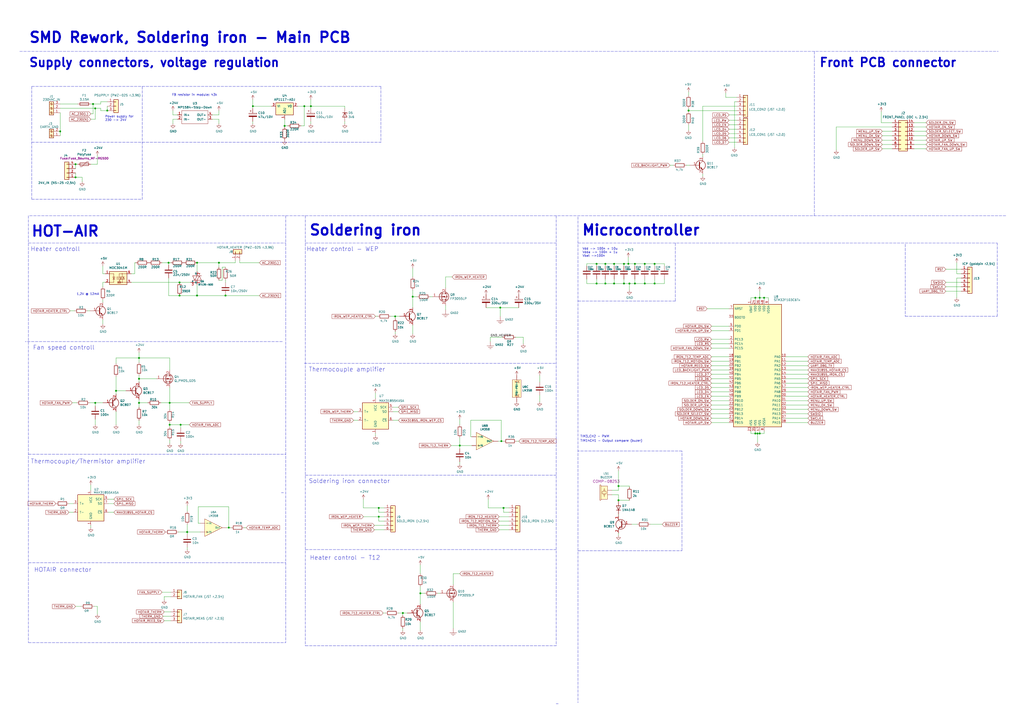
<source format=kicad_sch>
(kicad_sch (version 20211123) (generator eeschema)
  (paper "A2")
  (junction (at 358.775 290.195))
  (junction (at 180.34 61.595))
  (junction (at 43.815 95.25))
  (junction (at 379.73 164.465))
  (junction (at 104.14 171.45))
  (junction (at 440.69 251.46))
  (junction (at 351.155 164.465))
  (junction (at 146.685 61.595))
  (junction (at 346.075 164.465))
  (junction (at 439.42 251.46))
  (junction (at 80.645 207.645))
  (junction (at 243.84 344.17))
  (junction (at 176.53 61.595))
  (junction (at 67.31 226.695))
  (junction (at 292.1 294.64))
  (junction (at 290.83 255.905))
  (junction (at 127 152.4))
  (junction (at 379.73 153.035))
  (junction (at 229.235 183.515))
  (junction (at 368.3 153.035))
  (junction (at 239.395 172.085))
  (junction (at 104.775 246.38))
  (junction (at 368.3 164.465))
  (junction (at 114.3 171.45))
  (junction (at 358.775 281.94))
  (junction (at 130.81 171.45))
  (junction (at 443.23 172.72))
  (junction (at 364.49 153.035))
  (junction (at 361.95 153.035))
  (junction (at 438.15 251.46))
  (junction (at 356.235 153.035))
  (junction (at 98.425 246.38))
  (junction (at 374.015 164.465))
  (junction (at 346.075 153.035))
  (junction (at 108.585 308.61))
  (junction (at 438.15 172.72))
  (junction (at 34.925 76.2))
  (junction (at 440.69 172.72))
  (junction (at 399.415 64.135))
  (junction (at 374.015 153.035))
  (junction (at 219.71 299.72))
  (junction (at 43.815 102.87))
  (junction (at 266.7 258.445))
  (junction (at 114.3 152.4))
  (junction (at 219.71 294.64))
  (junction (at 165.1 73.025))
  (junction (at 80.645 233.68))
  (junction (at 55.245 233.68))
  (junction (at 97.79 152.4))
  (junction (at 233.68 355.6))
  (junction (at 104.14 163.83))
  (junction (at 53.975 60.325))
  (junction (at 62.23 64.135))
  (junction (at 132.715 306.07))
  (junction (at 365.125 164.465))
  (junction (at 356.235 164.465))
  (junction (at 361.95 164.465))
  (junction (at 290.195 178.435))
  (junction (at 55.245 62.865))
  (junction (at 351.155 153.035))
  (junction (at 80.645 219.71))
  (junction (at 98.425 233.68))
  (wire (pts (xy 52.705 95.25) (xy 56.515 95.25)))
  (wire (pts (xy 283.21 294.64) (xy 283.21 289.56)))
  (polyline (pts (xy 335.28 174.625) (xy 391.795 174.625)))
  (wire (pts (xy 239.395 172.085) (xy 239.395 178.435)))
  (wire (pts (xy 468.63 209.55) (xy 455.93 209.55)))
  (polyline (pts (xy 18.415 50.165) (xy 220.98 50.165)))
  (wire (pts (xy 97.79 171.45) (xy 97.79 161.29)))
  (wire (pts (xy 52.705 60.325) (xy 53.975 60.325)))
  (wire (pts (xy 439.42 256.54) (xy 439.42 251.46)))
  (wire (pts (xy 530.225 76.2) (xy 537.21 76.2)))
  (wire (pts (xy 104.14 171.45) (xy 97.79 171.45)))
  (wire (pts (xy 98.425 257.175) (xy 98.425 255.27)))
  (wire (pts (xy 422.91 245.11) (xy 412.75 245.11)))
  (wire (pts (xy 427.355 61.595) (xy 407.67 61.595)))
  (wire (pts (xy 517.525 78.74) (xy 511.81 78.74)))
  (wire (pts (xy 412.75 242.57) (xy 422.91 242.57)))
  (wire (pts (xy 266.7 243.205) (xy 266.7 246.38)))
  (wire (pts (xy 364.49 153.035) (xy 368.3 153.035)))
  (wire (pts (xy 59.69 163.83) (xy 59.69 166.37)))
  (wire (pts (xy 443.23 172.72) (xy 445.77 172.72)))
  (wire (pts (xy 180.34 61.595) (xy 200.025 61.595)))
  (wire (pts (xy 239.395 193.675) (xy 239.395 188.595)))
  (wire (pts (xy 468.63 217.17) (xy 455.93 217.17)))
  (wire (pts (xy 54.61 351.79) (xy 56.515 351.79)))
  (wire (pts (xy 219.71 294.64) (xy 222.885 294.64)))
  (wire (pts (xy 422.91 209.55) (xy 412.75 209.55)))
  (wire (pts (xy 210.82 294.64) (xy 219.71 294.64)))
  (wire (pts (xy 422.91 232.41) (xy 412.75 232.41)))
  (wire (pts (xy 59.69 163.83) (xy 60.96 163.83)))
  (wire (pts (xy 56.515 351.79) (xy 56.515 356.235)))
  (wire (pts (xy 468.63 245.11) (xy 455.93 245.11)))
  (wire (pts (xy 485.14 73.66) (xy 485.14 86.995)))
  (wire (pts (xy 233.68 365.76) (xy 233.68 364.49)))
  (wire (pts (xy 292.1 297.18) (xy 292.1 294.64)))
  (wire (pts (xy 290.83 255.905) (xy 290.83 243.84)))
  (wire (pts (xy 217.805 252.73) (xy 217.805 251.46)))
  (wire (pts (xy 219.075 183.515) (xy 217.805 183.515)))
  (wire (pts (xy 468.63 214.63) (xy 455.93 214.63)))
  (wire (pts (xy 95.25 354.965) (xy 99.06 354.965)))
  (wire (pts (xy 80.645 207.645) (xy 98.425 207.645)))
  (polyline (pts (xy 163.83 198.12) (xy 14.605 198.12)))
  (wire (pts (xy 231.14 355.6) (xy 233.68 355.6)))
  (wire (pts (xy 412.75 217.17) (xy 422.91 217.17)))
  (wire (pts (xy 52.705 66.04) (xy 53.975 66.04)))
  (wire (pts (xy 537.21 73.66) (xy 530.225 73.66)))
  (wire (pts (xy 455.93 229.87) (xy 468.63 229.87)))
  (wire (pts (xy 340.36 154.305) (xy 340.36 153.035)))
  (wire (pts (xy 132.715 306.07) (xy 133.985 306.07)))
  (wire (pts (xy 98.425 246.38) (xy 104.775 246.38)))
  (wire (pts (xy 440.69 251.46) (xy 443.23 251.46)))
  (wire (pts (xy 222.885 307.34) (xy 217.17 307.34)))
  (wire (pts (xy 374.015 153.035) (xy 379.73 153.035)))
  (polyline (pts (xy 322.58 408.305) (xy 323.85 408.305)))
  (wire (pts (xy 354.965 287.02) (xy 358.775 287.02)))
  (wire (pts (xy 340.36 164.465) (xy 346.075 164.465)))
  (wire (pts (xy 365.125 164.465) (xy 361.95 164.465)))
  (wire (pts (xy 98.425 237.49) (xy 98.425 233.68)))
  (polyline (pts (xy 16.51 140.97) (xy 165.735 140.97)))
  (wire (pts (xy 205.105 243.84) (xy 207.645 243.84)))
  (wire (pts (xy 114.935 294.005) (xy 132.715 294.005)))
  (wire (pts (xy 127 162.56) (xy 128.905 162.56)))
  (wire (pts (xy 53.975 66.04) (xy 53.975 60.325)))
  (wire (pts (xy 517.525 73.66) (xy 485.14 73.66)))
  (wire (pts (xy 123.19 66.675) (xy 127 66.675)))
  (wire (pts (xy 50.8 180.34) (xy 52.07 180.34)))
  (wire (pts (xy 104.14 163.83) (xy 76.2 163.83)))
  (wire (pts (xy 468.63 227.33) (xy 455.93 227.33)))
  (wire (pts (xy 60.96 158.75) (xy 59.69 158.75)))
  (wire (pts (xy 422.91 212.09) (xy 412.75 212.09)))
  (wire (pts (xy 108.585 308.61) (xy 116.205 308.61)))
  (wire (pts (xy 407.67 102.235) (xy 407.67 100.965)))
  (wire (pts (xy 356.235 161.925) (xy 356.235 164.465)))
  (wire (pts (xy 131.445 306.07) (xy 132.715 306.07)))
  (wire (pts (xy 422.91 74.93) (xy 427.355 74.93)))
  (wire (pts (xy 223.52 355.6) (xy 222.25 355.6)))
  (polyline (pts (xy 395.605 261.62) (xy 335.28 261.62)))
  (wire (pts (xy 229.235 193.675) (xy 229.235 192.405)))
  (wire (pts (xy 346.075 153.035) (xy 351.155 153.035)))
  (wire (pts (xy 390.525 95.885) (xy 388.62 95.885)))
  (wire (pts (xy 422.91 66.675) (xy 427.355 66.675)))
  (wire (pts (xy 422.91 77.47) (xy 427.355 77.47)))
  (wire (pts (xy 139.065 151.13) (xy 139.065 152.4)))
  (wire (pts (xy 407.67 61.595) (xy 407.67 81.915)))
  (wire (pts (xy 385.445 164.465) (xy 379.73 164.465)))
  (wire (pts (xy 358.775 290.195) (xy 358.775 290.83)))
  (wire (pts (xy 440.69 168.91) (xy 440.69 172.72)))
  (wire (pts (xy 58.42 60.325) (xy 58.42 59.055)))
  (wire (pts (xy 364.49 149.225) (xy 364.49 153.035)))
  (wire (pts (xy 399.415 62.865) (xy 399.415 64.135)))
  (wire (pts (xy 365.125 168.275) (xy 365.125 164.465)))
  (wire (pts (xy 127 154.94) (xy 127 152.4)))
  (wire (pts (xy 180.34 61.595) (xy 180.34 57.785)))
  (wire (pts (xy 229.235 184.785) (xy 229.235 183.515)))
  (wire (pts (xy 41.91 233.68) (xy 44.45 233.68)))
  (polyline (pts (xy 472.44 29.845) (xy 472.44 125.095)))
  (wire (pts (xy 217.805 227.965) (xy 217.805 231.14)))
  (wire (pts (xy 351.155 154.305) (xy 351.155 153.035)))
  (polyline (pts (xy 177.165 125.095) (xy 177.165 374.65)))
  (wire (pts (xy 219.71 297.18) (xy 219.71 294.64)))
  (wire (pts (xy 55.245 243.205) (xy 55.245 246.38)))
  (wire (pts (xy 422.91 237.49) (xy 412.75 237.49)))
  (wire (pts (xy 351.155 161.925) (xy 351.155 164.465)))
  (wire (pts (xy 379.73 164.465) (xy 374.015 164.465)))
  (polyline (pts (xy 395.605 319.405) (xy 395.605 261.62)))
  (wire (pts (xy 440.69 251.46) (xy 440.69 250.19)))
  (wire (pts (xy 379.73 161.925) (xy 379.73 164.465)))
  (wire (pts (xy 468.63 240.03) (xy 455.93 240.03)))
  (wire (pts (xy 374.015 154.305) (xy 374.015 153.035)))
  (wire (pts (xy 98.425 233.68) (xy 93.345 233.68)))
  (wire (pts (xy 273.05 243.84) (xy 273.05 253.365)))
  (wire (pts (xy 47.625 102.87) (xy 47.625 105.41)))
  (polyline (pts (xy 335.28 140.97) (xy 578.485 140.97)))
  (wire (pts (xy 422.91 201.93) (xy 412.75 201.93)))
  (wire (pts (xy 422.91 80.01) (xy 427.355 80.01)))
  (wire (pts (xy 123.19 69.215) (xy 127 69.215)))
  (wire (pts (xy 422.91 82.55) (xy 427.355 82.55)))
  (wire (pts (xy 114.3 165.1) (xy 114.3 171.45)))
  (wire (pts (xy 438.15 172.72) (xy 440.69 172.72)))
  (wire (pts (xy 114.3 171.45) (xy 130.81 171.45)))
  (wire (pts (xy 109.855 233.68) (xy 98.425 233.68)))
  (wire (pts (xy 127 66.675) (xy 127 64.135)))
  (polyline (pts (xy 17.145 125.095) (xy 583.565 125.095)))
  (wire (pts (xy 93.98 152.4) (xy 97.79 152.4)))
  (wire (pts (xy 95.25 346.075) (xy 99.06 346.075)))
  (wire (pts (xy 250.825 172.085) (xy 249.555 172.085)))
  (wire (pts (xy 78.105 158.75) (xy 76.2 158.75)))
  (polyline (pts (xy 335.28 319.405) (xy 395.605 319.405)))
  (wire (pts (xy 421.005 56.515) (xy 421.005 53.975)))
  (wire (pts (xy 43.815 102.87) (xy 43.815 100.33)))
  (wire (pts (xy 104.775 248.285) (xy 104.775 246.38)))
  (wire (pts (xy 132.715 306.07) (xy 132.715 294.005)))
  (wire (pts (xy 127 152.4) (xy 136.525 152.4)))
  (wire (pts (xy 292.1 294.64) (xy 295.275 294.64)))
  (wire (pts (xy 290.83 255.905) (xy 292.1 255.905)))
  (wire (pts (xy 146.685 62.865) (xy 146.685 61.595)))
  (wire (pts (xy 67.31 238.76) (xy 67.31 246.38)))
  (wire (pts (xy 172.72 61.595) (xy 176.53 61.595)))
  (wire (pts (xy 52.705 281.305) (xy 52.705 284.48)))
  (wire (pts (xy 365.125 290.195) (xy 358.775 290.195)))
  (wire (pts (xy 346.075 164.465) (xy 351.155 164.465)))
  (wire (pts (xy 422.91 219.71) (xy 412.75 219.71)))
  (wire (pts (xy 351.155 153.035) (xy 356.235 153.035)))
  (wire (pts (xy 511.81 83.82) (xy 517.525 83.82)))
  (wire (pts (xy 468.63 219.71) (xy 455.93 219.71)))
  (wire (pts (xy 303.53 195.58) (xy 299.085 195.58)))
  (wire (pts (xy 427.355 59.055) (xy 426.085 59.055)))
  (wire (pts (xy 313.055 221.615) (xy 313.055 217.805)))
  (wire (pts (xy 59.69 187.96) (xy 59.69 185.42)))
  (wire (pts (xy 66.04 297.18) (xy 62.865 297.18)))
  (wire (pts (xy 229.235 183.515) (xy 231.775 183.515)))
  (wire (pts (xy 200.025 71.755) (xy 200.025 70.485)))
  (wire (pts (xy 80.645 207.645) (xy 80.645 210.185)))
  (wire (pts (xy 284.48 195.58) (xy 284.48 198.12)))
  (wire (pts (xy 241.935 172.085) (xy 239.395 172.085)))
  (wire (pts (xy 299.72 255.905) (xy 300.99 255.905)))
  (wire (pts (xy 43.815 102.87) (xy 47.625 102.87)))
  (wire (pts (xy 56.515 95.25) (xy 56.515 90.17)))
  (wire (pts (xy 55.245 62.865) (xy 58.42 62.865)))
  (wire (pts (xy 43.18 180.34) (xy 40.64 180.34)))
  (wire (pts (xy 67.31 218.44) (xy 67.31 226.695)))
  (wire (pts (xy 377.19 304.165) (xy 384.175 304.165)))
  (wire (pts (xy 102.87 69.215) (xy 100.33 69.215)))
  (wire (pts (xy 80.645 233.68) (xy 80.645 231.775)))
  (wire (pts (xy 207.645 238.76) (xy 205.105 238.76)))
  (wire (pts (xy 530.225 81.28) (xy 537.21 81.28)))
  (wire (pts (xy 358.775 299.085) (xy 358.775 298.45)))
  (wire (pts (xy 358.775 284.48) (xy 358.775 281.94)))
  (wire (pts (xy 262.89 332.74) (xy 266.7 332.74)))
  (wire (pts (xy 165.1 73.025) (xy 165.1 73.66)))
  (wire (pts (xy 340.36 161.925) (xy 340.36 164.465)))
  (wire (pts (xy 385.445 153.035) (xy 385.445 154.305)))
  (wire (pts (xy 104.775 246.38) (xy 109.855 246.38)))
  (wire (pts (xy 400.05 95.885) (xy 398.145 95.885)))
  (polyline (pts (xy 16.51 372.745) (xy 165.735 372.745)))
  (wire (pts (xy 239.395 155.575) (xy 239.395 160.655)))
  (wire (pts (xy 422.91 240.03) (xy 412.75 240.03)))
  (wire (pts (xy 455.93 242.57) (xy 468.63 242.57)))
  (wire (pts (xy 210.82 299.72) (xy 219.71 299.72)))
  (wire (pts (xy 222.885 302.26) (xy 219.71 302.26)))
  (wire (pts (xy 354.965 284.48) (xy 358.775 284.48)))
  (wire (pts (xy 412.75 229.87) (xy 422.91 229.87)))
  (wire (pts (xy 283.21 294.64) (xy 292.1 294.64)))
  (wire (pts (xy 379.73 153.035) (xy 385.445 153.035)))
  (wire (pts (xy 114.935 303.53) (xy 114.935 294.005)))
  (wire (pts (xy 422.91 69.85) (xy 427.355 69.85)))
  (wire (pts (xy 290.195 183.515) (xy 290.195 178.435)))
  (wire (pts (xy 438.15 172.72) (xy 435.61 172.72)))
  (wire (pts (xy 52.705 306.07) (xy 52.705 304.8)))
  (polyline (pts (xy 16.51 326.39) (xy 165.735 326.39)))
  (wire (pts (xy 94.615 357.505) (xy 99.06 357.505)))
  (wire (pts (xy 435.61 172.72) (xy 435.61 173.99)))
  (wire (pts (xy 422.91 191.77) (xy 412.75 191.77)))
  (wire (pts (xy 239.395 168.275) (xy 239.395 172.085)))
  (wire (pts (xy 258.445 167.005) (xy 258.445 160.655)))
  (wire (pts (xy 261.62 258.445) (xy 266.7 258.445)))
  (wire (pts (xy 361.95 153.035) (xy 361.95 154.305)))
  (wire (pts (xy 67.31 226.695) (xy 67.31 228.6)))
  (wire (pts (xy 59.69 173.99) (xy 59.69 175.26)))
  (wire (pts (xy 243.84 344.17) (xy 243.84 350.52)))
  (wire (pts (xy 358.775 281.94) (xy 358.775 273.05)))
  (wire (pts (xy 368.3 161.925) (xy 368.3 164.465)))
  (wire (pts (xy 266.7 258.445) (xy 266.7 260.35)))
  (wire (pts (xy 426.085 59.055) (xy 426.085 85.725)))
  (wire (pts (xy 273.05 253.365) (xy 273.685 253.365)))
  (wire (pts (xy 517.525 76.2) (xy 511.81 76.2)))
  (wire (pts (xy 99.06 360.045) (xy 95.25 360.045)))
  (wire (pts (xy 407.67 90.805) (xy 407.67 89.535)))
  (wire (pts (xy 80.645 221.615) (xy 80.645 219.71)))
  (wire (pts (xy 356.235 153.035) (xy 361.95 153.035)))
  (wire (pts (xy 114.3 152.4) (xy 114.3 157.48)))
  (wire (pts (xy 455.93 237.49) (xy 468.63 237.49)))
  (polyline (pts (xy 18.415 50.165) (xy 18.415 115.57)))
  (wire (pts (xy 365.125 282.575) (xy 365.125 281.94)))
  (wire (pts (xy 73.025 226.695) (xy 67.31 226.695)))
  (wire (pts (xy 438.15 173.99) (xy 438.15 172.72)))
  (wire (pts (xy 146.685 71.755) (xy 146.685 70.485)))
  (wire (pts (xy 289.56 304.8) (xy 295.275 304.8)))
  (wire (pts (xy 361.95 153.035) (xy 364.49 153.035)))
  (polyline (pts (xy 177.165 318.77) (xy 322.58 318.77)))
  (wire (pts (xy 53.975 60.325) (xy 58.42 60.325)))
  (wire (pts (xy 290.195 178.435) (xy 300.99 178.435)))
  (polyline (pts (xy 18.415 115.57) (xy 82.55 115.57)))
  (wire (pts (xy 340.36 153.035) (xy 346.075 153.035)))
  (wire (pts (xy 365.125 281.94) (xy 358.775 281.94)))
  (wire (pts (xy 78.105 152.4) (xy 78.105 158.75)))
  (wire (pts (xy 435.61 251.46) (xy 435.61 250.19)))
  (wire (pts (xy 243.84 365.76) (xy 243.84 360.68)))
  (wire (pts (xy 468.63 232.41) (xy 455.93 232.41)))
  (wire (pts (xy 399.415 64.135) (xy 399.415 64.77)))
  (wire (pts (xy 108.585 308.61) (xy 108.585 309.88)))
  (wire (pts (xy 98.425 224.79) (xy 98.425 233.68)))
  (wire (pts (xy 412.75 199.39) (xy 422.91 199.39)))
  (wire (pts (xy 90.805 219.71) (xy 80.645 219.71)))
  (polyline (pts (xy 165.735 125.095) (xy 165.735 372.745)))
  (wire (pts (xy 42.545 292.1) (xy 40.005 292.1)))
  (wire (pts (xy 78.74 152.4) (xy 78.105 152.4)))
  (wire (pts (xy 412.75 224.79) (xy 422.91 224.79)))
  (wire (pts (xy 157.48 61.595) (xy 146.685 61.595)))
  (wire (pts (xy 52.07 233.68) (xy 55.245 233.68)))
  (wire (pts (xy 34.925 62.865) (xy 55.245 62.865)))
  (polyline (pts (xy 335.28 125.73) (xy 335.28 407.67)))
  (wire (pts (xy 146.685 61.595) (xy 146.685 57.785)))
  (wire (pts (xy 439.42 251.46) (xy 440.69 251.46)))
  (wire (pts (xy 233.68 356.87) (xy 233.68 355.6)))
  (wire (pts (xy 361.95 164.465) (xy 361.95 161.925)))
  (wire (pts (xy 346.075 161.925) (xy 346.075 164.465)))
  (wire (pts (xy 468.63 222.25) (xy 455.93 222.25)))
  (wire (pts (xy 180.34 71.755) (xy 180.34 70.485)))
  (wire (pts (xy 422.91 214.63) (xy 412.75 214.63)))
  (polyline (pts (xy 82.55 50.165) (xy 82.55 115.57)))
  (polyline (pts (xy 11.43 29.845) (xy 579.12 29.845)))
  (wire (pts (xy 422.91 72.39) (xy 427.355 72.39)))
  (wire (pts (xy 130.81 171.45) (xy 150.495 171.45)))
  (wire (pts (xy 43.815 97.79) (xy 43.815 95.25)))
  (wire (pts (xy 262.89 339.09) (xy 262.89 332.74)))
  (wire (pts (xy 537.21 78.74) (xy 530.225 78.74)))
  (wire (pts (xy 410.21 179.07) (xy 422.91 179.07)))
  (wire (pts (xy 80.645 204.47) (xy 80.645 207.645)))
  (wire (pts (xy 66.04 289.56) (xy 62.865 289.56)))
  (wire (pts (xy 100.33 69.215) (xy 100.33 71.755)))
  (wire (pts (xy 108.585 293.37) (xy 108.585 296.545)))
  (wire (pts (xy 379.73 154.305) (xy 379.73 153.035)))
  (wire (pts (xy 281.94 178.435) (xy 290.195 178.435)))
  (wire (pts (xy 313.055 233.045) (xy 313.055 229.235)))
  (wire (pts (xy 231.14 238.76) (xy 227.965 238.76)))
  (wire (pts (xy 99.06 152.4) (xy 97.79 152.4)))
  (wire (pts (xy 412.75 222.25) (xy 422.91 222.25)))
  (wire (pts (xy 98.425 245.11) (xy 98.425 246.38)))
  (wire (pts (xy 412.75 234.95) (xy 422.91 234.95)))
  (wire (pts (xy 59.69 158.75) (xy 59.69 154.305)))
  (wire (pts (xy 356.235 164.465) (xy 361.95 164.465)))
  (wire (pts (xy 103.505 308.61) (xy 108.585 308.61)))
  (wire (pts (xy 104.14 171.45) (xy 114.3 171.45)))
  (wire (pts (xy 80.645 219.71) (xy 80.645 217.805)))
  (wire (pts (xy 438.15 250.19) (xy 438.15 251.46)))
  (wire (pts (xy 548.64 166.37) (xy 557.53 166.37)))
  (wire (pts (xy 438.15 251.46) (xy 435.61 251.46)))
  (wire (pts (xy 548.64 156.21) (xy 557.53 156.21)))
  (wire (pts (xy 34.925 60.325) (xy 45.085 60.325)))
  (wire (pts (xy 52.705 69.215) (xy 55.245 69.215)))
  (wire (pts (xy 422.91 189.23) (xy 412.75 189.23)))
  (wire (pts (xy 368.3 154.305) (xy 368.3 153.035)))
  (wire (pts (xy 554.99 158.75) (xy 557.53 158.75)))
  (wire (pts (xy 443.23 251.46) (xy 443.23 250.19)))
  (wire (pts (xy 167.005 73.025) (xy 165.1 73.025)))
  (wire (pts (xy 34.925 65.405) (xy 34.925 76.2)))
  (wire (pts (xy 67.31 210.82) (xy 67.31 207.645)))
  (wire (pts (xy 98.425 207.645) (xy 98.425 214.63)))
  (wire (pts (xy 554.99 161.29) (xy 557.53 161.29)))
  (polyline (pts (xy 525.145 183.515) (xy 578.485 183.515)))
  (wire (pts (xy 67.31 207.645) (xy 80.645 207.645)))
  (wire (pts (xy 537.21 83.82) (xy 530.225 83.82)))
  (wire (pts (xy 289.56 299.72) (xy 295.275 299.72)))
  (wire (pts (xy 58.42 64.135) (xy 58.42 62.865)))
  (wire (pts (xy 351.155 164.465) (xy 356.235 164.465)))
  (wire (pts (xy 219.71 299.72) (xy 222.885 299.72)))
  (polyline (pts (xy 177.165 275.59) (xy 322.58 275.59)))
  (wire (pts (xy 210.82 294.64) (xy 210.82 289.56)))
  (wire (pts (xy 369.57 304.165) (xy 366.395 304.165)))
  (wire (pts (xy 346.075 154.305) (xy 346.075 153.035)))
  (wire (pts (xy 127 69.215) (xy 127 71.755)))
  (wire (pts (xy 445.77 172.72) (xy 445.77 173.99)))
  (polyline (pts (xy 525.145 141.605) (xy 525.145 183.515)))
  (wire (pts (xy 530.225 86.36) (xy 537.21 86.36)))
  (polyline (pts (xy 176.53 210.82) (xy 322.58 210.82)))
  (wire (pts (xy 116.205 303.53) (xy 114.935 303.53)))
  (wire (pts (xy 45.085 95.25) (xy 43.815 95.25)))
  (wire (pts (xy 93.98 343.535) (xy 99.06 343.535)))
  (wire (pts (xy 468.63 224.79) (xy 455.93 224.79)))
  (wire (pts (xy 231.14 243.84) (xy 227.965 243.84)))
  (wire (pts (xy 176.53 61.595) (xy 180.34 61.595)))
  (wire (pts (xy 374.015 164.465) (xy 368.3 164.465)))
  (wire (pts (xy 59.69 233.68) (xy 55.245 233.68)))
  (wire (pts (xy 85.725 233.68) (xy 80.645 233.68)))
  (wire (pts (xy 368.3 153.035) (xy 374.015 153.035)))
  (wire (pts (xy 517.525 81.28) (xy 511.81 81.28)))
  (wire (pts (xy 385.445 161.925) (xy 385.445 164.465)))
  (wire (pts (xy 399.415 72.39) (xy 399.415 75.565)))
  (wire (pts (xy 295.275 297.18) (xy 292.1 297.18)))
  (wire (pts (xy 273.05 243.84) (xy 290.83 243.84)))
  (wire (pts (xy 66.04 292.1) (xy 62.865 292.1)))
  (wire (pts (xy 243.84 340.36) (xy 243.84 344.17)))
  (wire (pts (xy 40.005 297.18) (xy 42.545 297.18)))
  (wire (pts (xy 374.015 161.925) (xy 374.015 164.465)))
  (wire (pts (xy 443.23 172.72) (xy 443.23 173.99)))
  (wire (pts (xy 55.245 233.68) (xy 55.245 235.585)))
  (wire (pts (xy 80.645 246.38) (xy 80.645 243.84)))
  (polyline (pts (xy 391.795 174.625) (xy 391.795 140.97)))
  (wire (pts (xy 288.925 255.905) (xy 290.83 255.905)))
  (wire (pts (xy 258.445 160.655) (xy 262.255 160.655)))
  (wire (pts (xy 102.87 66.675) (xy 100.33 66.675)))
  (wire (pts (xy 34.925 78.74) (xy 34.925 76.2)))
  (wire (pts (xy 176.53 73.025) (xy 176.53 61.595)))
  (wire (pts (xy 130.81 163.83) (xy 130.81 162.56)))
  (wire (pts (xy 108.585 318.77) (xy 108.585 317.5)))
  (wire (pts (xy 165.1 69.215) (xy 165.1 73.025)))
  (wire (pts (xy 98.425 246.38) (xy 98.425 247.65)))
  (wire (pts (xy 517.525 71.12) (xy 511.175 71.12)))
  (wire (pts (xy 46.99 351.79) (xy 43.815 351.79)))
  (wire (pts (xy 108.585 304.165) (xy 108.585 308.61)))
  (wire (pts (xy 128.905 154.94) (xy 130.81 154.94)))
  (wire (pts (xy 62.23 64.135) (xy 62.23 61.595)))
  (polyline (pts (xy 164.465 285.75) (xy 163.195 285.75)))
  (wire (pts (xy 468.63 234.95) (xy 455.93 234.95)))
  (polyline (pts (xy 16.51 125.095) (xy 16.51 372.745)))
  (wire (pts (xy 233.68 355.6) (xy 236.22 355.6)))
  (wire (pts (xy 368.3 164.465) (xy 365.125 164.465)))
  (wire (pts (xy 55.245 69.215) (xy 55.245 62.865)))
  (polyline (pts (xy 578.485 183.515) (xy 578.485 140.97)))
  (wire (pts (xy 468.63 207.01) (xy 455.93 207.01)))
  (wire (pts (xy 284.48 195.58) (xy 291.465 195.58)))
  (wire (pts (xy 174.625 73.025) (xy 176.53 73.025)))
  (wire (pts (xy 554.99 172.72) (xy 554.99 161.29)))
  (wire (pts (xy 422.91 196.85) (xy 412.75 196.85)))
  (wire (pts (xy 548.64 168.91) (xy 557.53 168.91)))
  (wire (pts (xy 358.775 287.02) (xy 358.775 290.195)))
  (wire (pts (xy 136.525 152.4) (xy 136.525 151.13)))
  (wire (pts (xy 114.3 152.4) (xy 127 152.4)))
  (wire (pts (xy 440.69 172.72) (xy 440.69 173.99)))
  (wire (pts (xy 246.38 344.17) (xy 243.84 344.17)))
  (wire (pts (xy 255.27 344.17) (xy 254 344.17)))
  (wire (pts (xy 95.25 347.98) (xy 95.25 346.075)))
  (wire (pts (xy 262.89 349.25) (xy 262.89 364.49)))
  (polyline (pts (xy 177.165 140.97) (xy 322.58 140.97)))
  (polyline (pts (xy 16.51 263.525) (xy 165.735 263.525)))
  (wire (pts (xy 243.84 327.66) (xy 243.84 332.74)))
  (wire (pts (xy 217.17 304.8) (xy 222.885 304.8)))
  (polyline (pts (xy 18.415 82.55) (xy 220.98 82.55)))
  (wire (pts (xy 548.64 163.83) (xy 557.53 163.83)))
  (wire (pts (xy 180.34 62.865) (xy 180.34 61.595)))
  (wire (pts (xy 356.235 154.305) (xy 356.235 153.035)))
  (wire (pts (xy 554.99 152.4) (xy 554.99 158.75)))
  (wire (pts (xy 517.525 86.36) (xy 511.81 86.36)))
  (wire (pts (xy 511.175 71.12) (xy 511.175 64.77)))
  (wire (pts (xy 266.7 269.24) (xy 266.7 267.97)))
  (polyline (pts (xy 177.165 374.65) (xy 322.58 374.65)))
  (wire (pts (xy 100.33 66.675) (xy 100.33 64.135)))
  (wire (pts (xy 422.91 227.33) (xy 412.75 227.33)))
  (wire (pts (xy 399.415 64.135) (xy 427.355 64.135)))
  (wire (pts (xy 141.605 306.07) (xy 142.875 306.07)))
  (wire (pts (xy 62.23 64.135) (xy 58.42 64.135)))
  (wire (pts (xy 104.775 257.175) (xy 104.775 255.905)))
  (wire (pts (xy 266.7 258.445) (xy 273.685 258.445)))
  (wire (pts (xy 438.15 251.46) (xy 439.42 251.46)))
  (wire (pts (xy 104.14 163.83) (xy 110.49 163.83)))
  (wire (pts (xy 266.7 254) (xy 266.7 258.445)))
  (wire (pts (xy 58.42 59.055) (xy 62.23 59.055)))
  (wire (pts (xy 226.695 183.515) (xy 229.235 183.515)))
  (wire (pts (xy 222.885 297.18) (xy 219.71 297.18)))
  (wire (pts (xy 258.445 179.705) (xy 258.445 177.165)))
  (wire (pts (xy 399.415 53.34) (xy 399.415 55.245)))
  (wire (pts (xy 455.93 212.09) (xy 468.63 212.09)))
  (wire (pts (xy 427.355 56.515) (xy 421.005 56.515)))
  (wire (pts (xy 289.56 302.26) (xy 295.275 302.26)))
  (wire (pts (xy 358.775 310.515) (xy 358.775 309.245)))
  (wire (pts (xy 219.71 302.26) (xy 219.71 299.72)))
  (wire (pts (xy 530.225 71.12) (xy 537.21 71.12)))
  (wire (pts (xy 295.275 307.34) (xy 289.56 307.34)))
  (wire (pts (xy 128.905 162.56) (xy 128.905 154.94)))
  (wire (pts (xy 97.79 152.4) (xy 97.79 153.67)))
  (wire (pts (xy 303.53 195.58) (xy 303.53 199.39)))
  (polyline (pts (xy 322.58 125.095) (xy 322.58 374.65)))
  (wire (pts (xy 440.69 172.72) (xy 443.23 172.72)))
  (polyline (pts (xy 220.98 50.165) (xy 220.98 82.55)))
  (wire (pts (xy 200.025 61.595) (xy 200.025 62.865)))
  (wire (pts (xy 231.14 236.22) (xy 227.965 236.22)))
  (wire (pts (xy 422.91 207.01) (xy 412.75 207.01)))
  (wire (pts (xy 139.065 152.4) (xy 150.495 152.4)))
  (wire (pts (xy 80.645 236.22) (xy 80.645 233.68)))
  (text "FB resistor in module: 43k" (at 99.695 55.88 0) (effects (font (size 1.27 1.27)) (justify left bottom)))
  (text "Heater control - T12" (at 179.705 325.12 0) (effects (font (size 2.4892 2.4892)) (justify left bottom)))
  (text "Heater controll" (at 17.78 146.05 0) (effects (font (size 2.4892 2.4892)) (justify left bottom)))
  (text "Front PCB connector" (at 474.98 39.37 0) (effects (font (size 5.0038 5.0038) (thickness 1.0008) bold) (justify left bottom)))
  (text "Soldering iron connector\n" (at 179.07 280.67 0) (effects (font (size 2.4892 2.4892)) (justify left bottom)))
  (text "SMD Rework, Soldering iron - Main PCB" (at 16.51 25.4 0) (effects (font (size 5.9944 5.9944) (thickness 1.1989) bold) (justify left bottom)))
  (text "Thermocouple amplifier" (at 179.07 215.9 0) (effects (font (size 2.4892 2.4892)) (justify left bottom)))
  (text "Supply connectors, voltage regulation" (at 16.51 39.37 0) (effects (font (size 5.0038 5.0038) (thickness 1.0008) bold) (justify left bottom)))
  (text "Fan speed controll" (at 19.05 203.2 0) (effects (font (size 2.4892 2.4892)) (justify left bottom)))
  (text "Microcontroller" (at 337.185 137.16 0) (effects (font (size 5.9944 5.9944) (thickness 1.1989) bold) (justify left bottom)))
  (text "Thermocouple/Thermistor amplifier" (at 17.78 269.24 0) (effects (font (size 2.4892 2.4892)) (justify left bottom)))
  (text "HOT-AIR" (at 17.78 137.795 0) (effects (font (size 5.9944 5.9944) (thickness 1.1989) bold) (justify left bottom)))
  (text "TIM14CH1 - Output compare (buzer)" (at 336.55 256.54 0) (effects (font (size 1.27 1.27)) (justify left bottom)))
  (text "Vdd -> 100n + 10u\nVdda -> 100n + 1u\nVbat ->100n" (at 337.82 149.225 0) (effects (font (size 1.27 1.27)) (justify left bottom)))
  (text "HOTAIR connector\n" (at 19.685 332.105 0) (effects (font (size 2.4892 2.4892)) (justify left bottom)))
  (text "TIM3_CH2 - PWM" (at 336.55 254 0) (effects (font (size 1.27 1.27)) (justify left bottom)))
  (text "1,2V @ 12mA" (at 44.45 171.45 0) (effects (font (size 1.27 1.27)) (justify left bottom)))
  (text "Power supply for\n230 -> 24V" (at 60.96 70.485 0) (effects (font (size 1.27 1.27)) (justify left bottom)))
  (text "Soldering iron" (at 179.07 137.16 0) (effects (font (size 5.9944 5.9944) (thickness 1.1989) bold) (justify left bottom)))
  (text "Heater control - WEP" (at 177.8 146.05 0) (effects (font (size 2.4892 2.4892)) (justify left bottom)))
  (label "GND_HEATER" (at 284.48 195.58 0))
  (global_label "LCD_EN" (shape input) (at 422.91 72.39 180) (property "Intersheet References" "${INTERSHEET_REFS}" (effects hide)))
  (global_label "AC_230(L)" (shape input) (at 150.495 152.4 0) (property "Intersheet References" "${INTERSHEET_REFS}" (effects hide)))
  (global_label "BUZZER" (shape input) (at 468.63 245.11 0) (property "Intersheet References" "${INTERSHEET_REFS}" (effects hide)))
  (global_label "IRON_T12_THERM" (shape input) (at 289.56 304.8 180) (property "Intersheet References" "${INTERSHEET_REFS}" (effects hide)))
  (global_label "LCD_D6" (shape input) (at 412.75 219.71 180) (property "Intersheet References" "${INTERSHEET_REFS}" (effects hide)))
  (global_label "SWCLK" (shape input) (at 468.63 242.57 0) (property "Intersheet References" "${INTERSHEET_REFS}" (effects hide)))
  (global_label "SPI1_SCK" (shape input) (at 468.63 219.71 0) (property "Intersheet References" "${INTERSHEET_REFS}" (effects hide)))
  (global_label "LCD_D4" (shape input) (at 422.91 74.93 180) (property "Intersheet References" "${INTERSHEET_REFS}" (effects hide)))
  (global_label "THERM_GND" (shape input) (at 217.17 307.34 180) (property "Intersheet References" "${INTERSHEET_REFS}" (effects hide)))
  (global_label "MENU_UP_SW" (shape input) (at 511.81 76.2 180) (property "Intersheet References" "${INTERSHEET_REFS}" (effects hide)))
  (global_label "LCD_BACKLIGHT_PWM" (shape input) (at 412.75 214.63 180) (property "Intersheet References" "${INTERSHEET_REFS}" (effects hide)))
  (global_label "MAX31855_HOTAIR_CS" (shape input) (at 468.63 214.63 0) (property "Intersheet References" "${INTERSHEET_REFS}" (effects hide)))
  (global_label "HOTAIR_THERM" (shape input) (at 32.385 292.1 180) (property "Intersheet References" "${INTERSHEET_REFS}" (effects hide)))
  (global_label "SOLDER_DOWN_SW" (shape input) (at 511.81 83.82 180) (property "Intersheet References" "${INTERSHEET_REFS}" (effects hide)))
  (global_label "THERM_GND" (shape input) (at 289.56 307.34 180) (property "Intersheet References" "${INTERSHEET_REFS}" (effects hide)))
  (global_label "SOLDER_ON_SW" (shape input) (at 537.21 71.12 0) (property "Intersheet References" "${INTERSHEET_REFS}" (effects hide)))
  (global_label "LCD_RS" (shape input) (at 422.91 66.675 180) (property "Intersheet References" "${INTERSHEET_REFS}" (effects hide)))
  (global_label "LCD_D5" (shape input) (at 422.91 77.47 180) (property "Intersheet References" "${INTERSHEET_REFS}" (effects hide)))
  (global_label "SOLDER_UP_SW" (shape input) (at 412.75 234.95 180) (property "Intersheet References" "${INTERSHEET_REFS}" (effects hide)))
  (global_label "SOLDER_SELECT_SW" (shape input) (at 537.21 76.2 0) (property "Intersheet References" "${INTERSHEET_REFS}" (effects hide)))
  (global_label "LCD_D6" (shape input) (at 422.91 80.01 180) (property "Intersheet References" "${INTERSHEET_REFS}" (effects hide)))
  (global_label "HOTAIR_THERM" (shape input) (at 95.885 308.61 180) (property "Intersheet References" "${INTERSHEET_REFS}" (effects hide)))
  (global_label "HOTAIR_FAN_DOWN_SW" (shape input) (at 537.21 83.82 0) (property "Intersheet References" "${INTERSHEET_REFS}" (effects hide)))
  (global_label "MAX31855_HOTAIR_CS" (shape input) (at 66.04 297.18 0) (property "Intersheet References" "${INTERSHEET_REFS}" (effects hide)))
  (global_label "HOTAIR_HEATER_CTRL" (shape input) (at 468.63 229.87 0) (property "Intersheet References" "${INTERSHEET_REFS}" (effects hide)))
  (global_label "MAX31855_IRON_CS" (shape input) (at 468.63 217.17 0) (property "Intersheet References" "${INTERSHEET_REFS}" (effects hide)))
  (global_label "LCD_D4" (shape input) (at 412.75 227.33 180) (property "Intersheet References" "${INTERSHEET_REFS}" (effects hide)))
  (global_label "FAN_SUPPLY" (shape input) (at 93.98 343.535 180) (property "Intersheet References" "${INTERSHEET_REFS}" (effects hide)))
  (global_label "HOTAIR_UP_SW" (shape input) (at 537.21 81.28 0) (property "Intersheet References" "${INTERSHEET_REFS}" (effects hide)))
  (global_label "HOTAIR_FAN_UP_SW" (shape input) (at 412.75 191.77 180) (property "Intersheet References" "${INTERSHEET_REFS}" (effects hide)))
  (global_label "HOTAIR_FAN_PWM" (shape input) (at 468.63 227.33 0) (property "Intersheet References" "${INTERSHEET_REFS}" (effects hide)))
  (global_label "SPI1_MISO" (shape input) (at 468.63 222.25 0) (property "Intersheet References" "${INTERSHEET_REFS}" (effects hide)))
  (global_label "IRON_WEP_HEATER" (shape input) (at 210.82 299.72 180) (property "Intersheet References" "${INTERSHEET_REFS}" (effects hide)))
  (global_label "LCD_D7" (shape input) (at 412.75 217.17 180) (property "Intersheet References" "${INTERSHEET_REFS}" (effects hide)))
  (global_label "LCD_RW" (shape input) (at 422.91 69.85 180) (property "Intersheet References" "${INTERSHEET_REFS}" (effects hide)))
  (global_label "MENU_UP_SW" (shape input) (at 468.63 232.41 0) (property "Intersheet References" "${INTERSHEET_REFS}" (effects hide)))
  (global_label "IRON_T12_MOTION_SW" (shape input) (at 412.75 209.55 180) (property "Intersheet References" "${INTERSHEET_REFS}" (effects hide)))
  (global_label "HOTAIR_UP_SW" (shape input) (at 412.75 245.11 180) (property "Intersheet References" "${INTERSHEET_REFS}" (effects hide)))
  (global_label "IRON_WEP_HEATER" (shape input) (at 262.255 160.655 0) (property "Intersheet References" "${INTERSHEET_REFS}" (effects hide)))
  (global_label "HOTAIR_DOWN_SW" (shape input) (at 412.75 242.57 180) (property "Intersheet References" "${INTERSHEET_REFS}" (effects hide)))
  (global_label "IRON_WEP_HEATER_CTRL" (shape input) (at 468.63 224.79 0) (property "Intersheet References" "${INTERSHEET_REFS}" (effects hide)))
  (global_label "IRON_T12_TEMP_ADC" (shape input) (at 300.99 255.905 0) (property "Intersheet References" "${INTERSHEET_REFS}" (effects hide)))
  (global_label "SWDIO" (shape input) (at 548.64 163.83 180) (property "Intersheet References" "${INTERSHEET_REFS}" (effects hide)))
  (global_label "LCD_EN" (shape input) (at 412.75 229.87 180) (property "Intersheet References" "${INTERSHEET_REFS}" (effects hide)))
  (global_label "IRON_T12_HEATER_CTRL" (shape input) (at 412.75 222.25 180) (property "Intersheet References" "${INTERSHEET_REFS}" (effects hide)))
  (global_label "SPI1_SCK" (shape input) (at 66.04 289.56 0) (property "Intersheet References" "${INTERSHEET_REFS}" (effects hide)))
  (global_label "SPI1_MISO" (shape input) (at 66.04 292.1 0) (property "Intersheet References" "${INTERSHEET_REFS}" (effects hide)))
  (global_label "IRON_WEP_HEATER_CTRL" (shape input) (at 217.805 183.515 180) (property "Intersheet References" "${INTERSHEET_REFS}" (effects hide)))
  (global_label "HOTAIR_FAN_DOWN_SW" (shape input) (at 412.75 201.93 180) (property "Intersheet References" "${INTERSHEET_REFS}" (effects hide)))
  (global_label "AC_230(N)" (shape input) (at 52.705 69.215 180) (property "Intersheet References" "${INTERSHEET_REFS}" (effects hide)))
  (global_label "LCD_D7" (shape input) (at 422.91 82.55 180) (property "Intersheet References" "${INTERSHEET_REFS}" (effects hide)))
  (global_label "SPI1_MISO" (shape input) (at 231.14 238.76 0) (property "Intersheet References" "${INTERSHEET_REFS}" (effects hide)))
  (global_label "AC_230(L)" (shape input) (at 52.705 66.04 180) (property "Intersheet References" "${INTERSHEET_REFS}" (effects hide)))
  (global_label "BUZZER" (shape input) (at 384.175 304.165 0) (property "Intersheet References" "${INTERSHEET_REFS}" (effects hide)))
  (global_label "SOLDER_DOWN_SW" (shape input) (at 412.75 237.49 180) (property "Intersheet References" "${INTERSHEET_REFS}" (effects hide)))
  (global_label "HOTAIR_FAN_UP_SW" (shape input) (at 537.21 86.36 0) (property "Intersheet References" "${INTERSHEET_REFS}" (effects hide)))
  (global_label "HOTAIR_ON_SW" (shape input) (at 412.75 189.23 180) (property "Intersheet References" "${INTERSHEET_REFS}" (effects hide)))
  (global_label "IRON_T12_THERM" (shape input) (at 261.62 258.445 180) (property "Intersheet References" "${INTERSHEET_REFS}" (effects hide)))
  (global_label "HOTAIR_HEATER_CTRL" (shape input) (at 40.64 180.34 180) (property "Intersheet References" "${INTERSHEET_REFS}" (effects hide)))
  (global_label "UART_DBG_TX" (shape input) (at 548.64 168.91 180) (property "Intersheet References" "${INTERSHEET_REFS}" (effects hide)))
  (global_label "HOTAIR_FAN_ADC" (shape input) (at 109.855 246.38 0) (property "Intersheet References" "${INTERSHEET_REFS}" (effects hide)))
  (global_label "IRON_T12_MOTION_SW" (shape input) (at 289.56 302.26 180) (property "Intersheet References" "${INTERSHEET_REFS}" (effects hide)))
  (global_label "LCD_RW" (shape input) (at 412.75 196.85 180) (property "Intersheet References" "${INTERSHEET_REFS}" (effects hide)))
  (global_label "IRON_T12_HEATER_CTRL" (shape input) (at 222.25 355.6 180) (property "Intersheet References" "${INTERSHEET_REFS}" (effects hide)))
  (global_label "SWCLK" (shape input) (at 548.64 166.37 180) (property "Intersheet References" "${INTERSHEET_REFS}" (effects hide)))
  (global_label "LCD_RS" (shape input) (at 412.75 199.39 180) (property "Intersheet References" "${INTERSHEET_REFS}" (effects hide)))
  (global_label "LCD_BACKLIGHT_PWM" (shape input) (at 388.62 95.885 180) (property "Intersheet References" "${INTERSHEET_REFS}" (effects hide)))
  (global_label "SOLDER_SELECT_SW" (shape input) (at 412.75 240.03 180) (property "Intersheet References" "${INTERSHEET_REFS}" (effects hide)))
  (global_label "IRON_WEP_THERM" (shape input) (at 217.17 304.8 180) (property "Intersheet References" "${INTERSHEET_REFS}" (effects hide)))
  (global_label "HOTAIR_REED_SW" (shape input) (at 412.75 212.09 180) (property "Intersheet References" "${INTERSHEET_REFS}" (effects hide)))
  (global_label "IRON_WEP_THERM" (shape input) (at 205.105 238.76 180) (property "Intersheet References" "${INTERSHEET_REFS}" (effects hide)))
  (global_label "IRON_T12_TEMP_ADC" (shape input) (at 412.75 207.01 180) (property "Intersheet References" "${INTERSHEET_REFS}" (effects hide)))
  (global_label "MENU_DOWN_SW" (shape input) (at 511.81 81.28 180) (property "Intersheet References" "${INTERSHEET_REFS}" (effects hide)))
  (global_label "HOTAIR_FAN_PWM" (shape input) (at 41.91 233.68 180) (property "Intersheet References" "${INTERSHEET_REFS}" (effects hide)))
  (global_label "MAX31855_IRON_WEP_CS" (shape input) (at 231.14 243.84 0) (property "Intersheet References" "${INTERSHEET_REFS}" (effects hide)))
  (global_label "AC_230(N)" (shape input) (at 150.495 171.45 0) (property "Intersheet References" "${INTERSHEET_REFS}" (effects hide)))
  (global_label "IRON_T12_MOTION_SW" (shape input) (at 264.795 469.265 180) (property "Intersheet References" "${INTERSHEET_REFS}" (effects hide)))
  (global_label "SPI1_SCK" (shape input) (at 231.14 236.22 0) (property "Intersheet References" "${INTERSHEET_REFS}" (effects hide)))
  (global_label "HOTAIR_FAN_ADC" (shape input) (at 468.63 207.01 0) (property "Intersheet References" "${INTERSHEET_REFS}" (effects hide)))
  (global_label "HOTAIR_DOWN_SW" (shape input) (at 537.21 78.74 0) (property "Intersheet References" "${INTERSHEET_REFS}" (effects hide)))
  (global_label "MENU_DOWN_SW" (shape input) (at 468.63 237.49 0) (property "Intersheet References" "${INTERSHEET_REFS}" (effects hide)))
  (global_label "HOTAIR_REED_SW" (shape input) (at 95.25 360.045 180) (property "Intersheet References" "${INTERSHEET_REFS}" (effects hide)))
  (global_label "FAN_SUPPLY" (shape input) (at 109.855 233.68 0) (property "Intersheet References" "${INTERSHEET_REFS}" (effects hide)))
  (global_label "RST" (shape input) (at 410.21 179.07 180) (property "Intersheet References" "${INTERSHEET_REFS}" (effects hide)))
  (global_label "LCD_D5" (shape input) (at 412.75 224.79 180) (property "Intersheet References" "${INTERSHEET_REFS}" (effects hide)))
  (global_label "HOTAIR_TEMP_ADC" (shape input) (at 142.875 306.07 0) (property "Intersheet References" "${INTERSHEET_REFS}" (effects hide)))
  (global_label "HOTAIR_THERM" (shape input) (at 95.25 354.965 180) (property "Intersheet References" "${INTERSHEET_REFS}" (effects hide)))
  (global_label "MENU_OK_SW" (shape input) (at 511.81 78.74 180) (property "Intersheet References" "${INTERSHEET_REFS}" (effects hide)))
  (global_label "IRON_T12_HEATER" (shape input) (at 289.56 299.72 180) (property "Intersheet References" "${INTERSHEET_REFS}" (effects hide)))
  (global_label "RST" (shape input) (at 548.64 156.21 180) (property "Intersheet References" "${INTERSHEET_REFS}" (effects hide)))
  (global_label "MENU_OK_SW" (shape input) (at 468.63 234.95 0) (property "Intersheet References" "${INTERSHEET_REFS}" (effects hide)))
  (global_label "HOTAIR_ON_SW" (shape input) (at 537.21 73.66 0) (property "Intersheet References" "${INTERSHEET_REFS}" (effects hide)))
  (global_label "THERM_GND" (shape input) (at 94.615 357.505 180) (property "Intersheet References" "${INTERSHEET_REFS}" (effects hide)))
  (global_label "SOLDER_UP_SW" (shape input) (at 511.81 86.36 180) (property "Intersheet References" "${INTERSHEET_REFS}" (effects hide)))
  (global_label "THERM_GND" (shape input) (at 205.105 243.84 180) (property "Intersheet References" "${INTERSHEET_REFS}" (effects hide)))
  (global_label "SOLDER_ON_SW" (shape input) (at 412.75 232.41 180) (property "Intersheet References" "${INTERSHEET_REFS}" (effects hide)))
  (global_label "THERM_GND" (shape input) (at 40.005 297.18 180) (property "Intersheet References" "${INTERSHEET_REFS}" (effects hide)))
  (global_label "IRON_T12_HEATER" (shape input) (at 266.7 332.74 0) (property "Intersheet References" "${INTERSHEET_REFS}" (effects hide)))
  (global_label "THERM_GND" (shape input) (at 43.815 351.79 180) (property "Intersheet References" "${INTERSHEET_REFS}" (effects hide)))
  (global_label "HOTAIR_TEMP_ADC" (shape input) (at 468.63 209.55 0) (property "Intersheet References" "${INTERSHEET_REFS}" (effects hide)))
  (global_label "SWDIO" (shape input) (at 468.63 240.03 0) (property "Intersheet References" "${INTERSHEET_REFS}" (effects hide)))
  (global_label "UART_DBG_TX" (shape input) (at 468.63 212.09 0) (property "Intersheet References" "${INTERSHEET_REFS}" (effects hide)))
  (symbol (lib_id "Device:R") (at 104.14 167.64 0) (unit 1)
    (property "Reference" "R12" (at 107.95 166.37 0) (effects (justify right)))
    (property "Value" "390R" (at 110.49 168.91 0) (effects (justify right)))
    (property "Footprint" "Resistors_ThroughHole:R_Axial_DIN0207_L6.3mm_D2.5mm_P10.16mm_Horizontal" (effects hide))
  )
  (symbol (lib_id "Device:C") (at 97.79 157.48 0) (unit 1)
    (property "Reference" "C5" (at 100.33 157.48 0) (effects (justify left)))
    (property "Value" "22n/250V" (at 100.33 159.385 0) (effects (justify left)))
    (property "Footprint" "Capacitor_THT:C_Rect_L13.0mm_W5.0mm_P10.00mm_FKS3_FKP3_MKS4" (effects hide))
  )
  (symbol (lib_id "Relay_SolidState:MOC3041M") (at 68.58 161.29 0) (unit 1)
    (property "Reference" "U1" (at 68.58 153.035 0))
    (property "Value" "MOC3041M" (at 68.58 155.3464 0))
    (property "Footprint" "Housings_DIP:DIP-6_W7.62mm_LongPads" (effects hide))
    (property "Datasheet" "http://www.fairchildsemi.com/ds/MO/MOC3031M.pdf" (effects hide))
  )
  (symbol (lib_id "Transistor_BJT:BC817") (at 57.15 180.34 0) (unit 1)
    (property "Reference" "Q1" (at 62.0014 179.1716 0) (effects (justify left)))
    (property "Value" "BC817" (at 62.0014 181.483 0) (effects (justify left)))
    (property "Footprint" "Package_TO_SOT_SMD:SOT-23" (effects hide))
    (property "Datasheet" "http://www.fairchildsemi.com/ds/BC/BC817.pdf" (effects hide))
  )
  (symbol (lib_id "power:GND") (at 59.69 187.96 0) (unit 1)
    (property "Reference" "#PWR0102" (effects hide))
    (property "Value" "GND" (at 59.817 192.3542 0))
  )
  (symbol (lib_id "Device:R") (at 59.69 170.18 180) (unit 1)
    (property "Reference" "R6" (at 61.468 169.0116 0) (effects (justify right)))
    (property "Value" "320R" (at 61.468 171.323 0) (effects (justify right)))
    (property "Footprint" "Capacitors:0805" (effects hide))
  )
  (symbol (lib_id "Device:R") (at 46.99 180.34 90) (unit 1)
    (property "Reference" "R3" (at 45.72 178.435 90) (effects (justify right)))
    (property "Value" "10k" (at 45.085 182.88 90) (effects (justify right)))
    (property "Footprint" "Capacitors:0805" (effects hide))
  )
  (symbol (lib_id "power:+24V") (at 56.515 90.17 0) (unit 1)
    (property "Reference" "#PWR0109" (effects hide))
    (property "Value" "+24V" (at 56.896 85.7758 0))
  )
  (symbol (lib_id "Triac_Thyristor:BT139-600") (at 114.3 161.29 0) (unit 1)
    (property "Reference" "Q6" (at 116.205 163.195 0) (effects (font (size 0.9906 0.9906)) (justify left)))
    (property "Value" "BT139-600" (at 114.935 165.1 0) (effects (font (size 0.9906 0.9906)) (justify left)))
    (property "Footprint" "My-Footprints:TO-220-3_Vertical" (effects hide))
    (property "Datasheet" "https://www.rapidonline.com/pdf/47-3240.pdf" (effects hide))
  )
  (symbol (lib_id "power:GND") (at 47.625 105.41 0) (unit 1)
    (property "Reference" "#PWR0110" (effects hide))
    (property "Value" "GND" (at 47.752 109.8042 0))
  )
  (symbol (lib_id "Connector_Generic:Conn_01x02") (at 136.525 146.05 90) (unit 1)
    (property "Reference" "J8" (at 132.715 146.05 90) (effects (justify right)))
    (property "Value" "HOTAIR_HEATER (PWZ-02S r.3,96)" (at 125.73 143.51 90) (effects (justify right)))
    (property "Footprint" "Connectors_Hirose:Hirose_DF63-2P-3.96DSA_02x3.96mm_Straight" (effects hide))
  )
  (symbol (lib_id "Device:C") (at 130.81 167.64 0) (unit 1)
    (property "Reference" "C7" (at 133.731 166.4716 0) (effects (justify left)))
    (property "Value" "10n/250V" (at 133.731 168.783 0) (effects (justify left)))
    (property "Footprint" "Capacitors_THT:C_Rect_L18.0mm_W5.0mm_P15.00mm_FKS3_FKP3" (effects hide))
  )
  (symbol (lib_id "Device:R") (at 137.795 306.07 90) (mirror x) (unit 1)
    (property "Reference" "R18" (at 136.525 303.53 90) (effects (justify right)))
    (property "Value" "1k" (at 136.525 308.61 90) (effects (justify right)))
    (property "Footprint" "Capacitors:0805" (effects hide))
  )
  (symbol (lib_id "power:GND") (at 303.53 199.39 0) (unit 1)
    (property "Reference" "#PWR0111" (effects hide))
    (property "Value" "GND" (at 303.657 203.7842 0))
  )
  (symbol (lib_id "Device:R") (at 295.275 195.58 90) (unit 1)
    (property "Reference" "R27" (at 294.005 200.025 90) (effects (justify right)))
    (property "Value" "0R" (at 294.005 198.12 90) (effects (justify right)))
    (property "Footprint" "Capacitors:0805" (effects hide))
  )
  (symbol (lib_id "Connector_Generic:Conn_02x07_Counter_Clockwise") (at 522.605 78.74 0) (unit 1)
    (property "Reference" "J2" (at 523.875 65.6082 0))
    (property "Value" "FRONT_PANEL (IDC r. 2,54)" (at 525.145 67.945 0))
    (property "Footprint" "My-Footprints:Conn-01x14" (effects hide))
  )
  (symbol (lib_id "Device:Fuse") (at 48.895 60.325 270) (unit 1)
    (property "Reference" "F1" (at 48.895 55.3212 90))
    (property "Value" "3,15A" (at 48.895 57.6326 90))
    (property "Footprint" "Fuse_Holders_and_Fuses:Fuseholder5x20_horiz_SemiClosed_Casing10x25mm" (effects hide))
  )
  (symbol (lib_id "power:GND") (at 365.125 168.275 0) (unit 1)
    (property "Reference" "#PWR0142" (effects hide))
    (property "Value" "GND" (at 365.252 172.6692 0))
  )
  (symbol (lib_id "hotair-soldering-station-main-pcb-rescue:MP1584-Step-Down-My-Lib") (at 105.41 64.135 0) (unit 1)
    (property "Reference" "U3" (at 113.03 59.944 0))
    (property "Value" "MP1584-Step-Down" (at 113.03 62.2554 0))
    (property "Footprint" "My-Footprints:MP1584_Mini_3A_Step_Down_Conv" (effects hide))
  )
  (symbol (lib_id "power:+5V") (at 146.685 57.785 0) (unit 1)
    (property "Reference" "#PWR0132" (effects hide))
    (property "Value" "+5V" (at 147.066 53.3908 0))
  )
  (symbol (lib_id "power:+3.3V") (at 511.175 64.77 0) (unit 1)
    (property "Reference" "#PWR0115" (effects hide))
    (property "Value" "+3.3V" (at 511.556 60.3758 0))
  )
  (symbol (lib_id "Connector_Generic:Conn_01x02") (at 104.14 343.535 0) (unit 1)
    (property "Reference" "J6" (at 107.315 343.535 0))
    (property "Value" "HOTAIR_FAN (JST r,2,54)" (at 118.11 346.075 0))
    (property "Footprint" "Connectors_JST:JST_XH_B02B-XH-A_02x2.50mm_Straight" (effects hide))
  )
  (symbol (lib_id "power:+3.3V") (at 440.69 168.91 0) (unit 1)
    (property "Reference" "#PWR0124" (effects hide))
    (property "Value" "+3.3V" (at 441.071 164.5158 0))
  )
  (symbol (lib_id "Device:C") (at 313.055 225.425 0) (unit 1)
    (property "Reference" "C16" (at 315.976 224.2566 0) (effects (justify left)))
    (property "Value" "100n" (at 315.976 226.568 0) (effects (justify left)))
    (property "Footprint" "Capacitors:0805" (effects hide))
  )
  (symbol (lib_id "power:+5V") (at 313.055 217.805 0) (unit 1)
    (property "Reference" "#PWR0105" (effects hide))
    (property "Value" "+5V" (at 313.436 213.4108 0))
  )
  (symbol (lib_id "power:GND") (at 313.055 233.045 0) (unit 1)
    (property "Reference" "#PWR0106" (effects hide))
    (property "Value" "GND" (at 313.182 237.4392 0))
  )
  (symbol (lib_id "Device:CP") (at 281.94 174.625 0) (unit 1)
    (property "Reference" "C14" (at 284.9372 173.4566 0) (effects (justify left)))
    (property "Value" "330u/35V" (at 284.9372 175.768 0) (effects (justify left)))
    (property "Footprint" "Capacitors_ThroughHole:CP_Radial_D10.0mm_P5.00mm" (effects hide))
  )
  (symbol (lib_id "power:+24V") (at 210.82 289.56 0) (unit 1)
    (property "Reference" "#PWR0113" (effects hide))
    (property "Value" "+24V" (at 211.201 285.1658 0))
  )
  (symbol (lib_id "Connector_Generic:Conn_01x03") (at 104.14 357.505 0) (unit 1)
    (property "Reference" "J7" (at 106.172 356.4382 0) (effects (justify left)))
    (property "Value" "HOTAIR_MEAS (JST r.2,5)" (at 106.172 358.7496 0) (effects (justify left)))
    (property "Footprint" "Connectors_JST:JST_XH_B03B-XH-A_03x2.50mm_Straight" (effects hide))
  )
  (symbol (lib_id "power:GND") (at 439.42 256.54 0) (unit 1)
    (property "Reference" "#PWR0125" (effects hide))
    (property "Value" "GND" (at 439.547 260.9342 0))
  )
  (symbol (lib_id "power:+3.3V") (at 180.34 57.785 0) (unit 1)
    (property "Reference" "#PWR0133" (effects hide))
    (property "Value" "+3.3V" (at 180.721 53.3908 0))
  )
  (symbol (lib_id "Device:CP") (at 180.34 66.675 0) (unit 1)
    (property "Reference" "C11" (at 183.3372 65.5066 0) (effects (justify left)))
    (property "Value" "100u/10V" (at 183.3372 67.818 0) (effects (justify left)))
    (property "Footprint" "Capacitors_THT:CP_Radial_D5.0mm_P2.00mm" (effects hide))
  )
  (symbol (lib_id "Device:CP") (at 146.685 66.675 0) (unit 1)
    (property "Reference" "C10" (at 149.6822 65.5066 0) (effects (justify left)))
    (property "Value" "47u/10V" (at 149.6822 67.818 0) (effects (justify left)))
    (property "Footprint" "Capacitors_THT:CP_Radial_D5.0mm_P2.00mm" (effects hide))
  )
  (symbol (lib_id "power:GND") (at 146.685 71.755 0) (unit 1)
    (property "Reference" "#PWR0134" (effects hide))
    (property "Value" "GND" (at 146.812 76.1492 0))
  )
  (symbol (lib_id "power:GND") (at 180.34 71.755 0) (unit 1)
    (property "Reference" "#PWR0135" (effects hide))
    (property "Value" "GND" (at 180.467 76.1492 0))
  )
  (symbol (lib_id "power:+24V") (at 281.94 170.815 0) (unit 1)
    (property "Reference" "#PWR0114" (effects hide))
    (property "Value" "+24V" (at 282.321 166.4208 0))
  )
  (symbol (lib_id "Connector_Generic:Conn_01x06") (at 562.61 161.29 0) (unit 1)
    (property "Reference" "J13" (at 564.642 161.4932 0) (effects (justify left)))
    (property "Value" "ICP (goldpin r2,54)" (at 558.165 153.035 0) (effects (justify left)))
    (property "Footprint" "My-Footprints:Conn-01x06" (effects hide))
  )
  (symbol (lib_id "Device:Q_NMOS_GDS") (at 255.905 172.085 0) (unit 1)
    (property "Reference" "Q8" (at 261.0866 170.9166 0) (effects (justify left)))
    (property "Value" "FP3055LP" (at 261.0866 173.228 0) (effects (justify left)))
    (property "Footprint" "Package_TO_SOT_THT:TO-220-3_Vertical" (effects hide))
  )
  (symbol (lib_id "power:+5V") (at 239.395 155.575 0) (unit 1)
    (property "Reference" "#PWR0117" (effects hide))
    (property "Value" "+5V" (at 239.776 151.1808 0))
  )
  (symbol (lib_id "Transistor_BJT:BC817") (at 236.855 183.515 0) (unit 1)
    (property "Reference" "Q7" (at 241.7064 182.3466 0) (effects (justify left)))
    (property "Value" "BC817" (at 241.7064 184.658 0) (effects (justify left)))
    (property "Footprint" "Package_TO_SOT_SMD:SOT-23" (effects hide))
    (property "Datasheet" "http://www.fairchildsemi.com/ds/BC/BC817.pdf" (effects hide))
  )
  (symbol (lib_id "power:GND") (at 239.395 193.675 0) (unit 1)
    (property "Reference" "#PWR0118" (effects hide))
    (property "Value" "GND" (at 239.522 198.0692 0))
  )
  (symbol (lib_id "Device:R") (at 239.395 164.465 0) (unit 1)
    (property "Reference" "R24" (at 243.205 163.195 0) (effects (justify right)))
    (property "Value" "1k" (at 243.205 165.735 0) (effects (justify right)))
    (property "Footprint" "Capacitors:0805" (effects hide))
  )
  (symbol (lib_id "Device:R") (at 245.745 172.085 270) (unit 1)
    (property "Reference" "R25" (at 247.015 170.18 90) (effects (justify right)))
    (property "Value" "100R" (at 248.285 173.99 90) (effects (justify right)))
    (property "Footprint" "Capacitors:0805" (effects hide))
  )
  (symbol (lib_id "Device:R") (at 222.885 183.515 270) (unit 1)
    (property "Reference" "R20" (at 223.52 180.975 90) (effects (justify right)))
    (property "Value" "4,7k" (at 224.79 186.055 90) (effects (justify right)))
    (property "Footprint" "Capacitors:0805" (effects hide))
  )
  (symbol (lib_id "Device:R") (at 229.235 188.595 180) (unit 1)
    (property "Reference" "R22" (at 230.505 187.325 0) (effects (justify right)))
    (property "Value" "10k" (at 230.505 189.865 0) (effects (justify right)))
    (property "Footprint" "Capacitors:0805" (effects hide))
  )
  (symbol (lib_id "power:GND") (at 100.33 71.755 0) (unit 1)
    (property "Reference" "#PWR0136" (effects hide))
    (property "Value" "GND" (at 100.457 76.1492 0))
  )
  (symbol (lib_id "power:GND") (at 229.235 193.675 0) (unit 1)
    (property "Reference" "#PWR0119" (effects hide))
    (property "Value" "GND" (at 229.362 198.0692 0))
  )
  (symbol (lib_id "Device:C") (at 340.36 158.115 0) (unit 1)
    (property "Reference" "C17" (at 340.995 154.94 0) (effects (font (size 0.889 0.889)) (justify left)))
    (property "Value" "100n" (at 340.995 156.21 0) (effects (font (size 0.889 0.889)) (justify left)))
    (property "Footprint" "Capacitors:0603" (effects hide))
  )
  (symbol (lib_id "Connector_Generic:Conn_01x04") (at 38.735 100.33 180) (unit 1)
    (property "Reference" "J4" (at 38.1 90.17 0))
    (property "Value" "24V_IN (NS-25 r2,54)" (at 33.02 106.045 0))
    (property "Footprint" "My-Footprints:Conn-01x04-N25-W4P" (effects hide))
  )
  (symbol (lib_id "power:+24V") (at 100.33 64.135 0) (unit 1)
    (property "Reference" "#PWR0137" (effects hide))
    (property "Value" "+24V" (at 100.711 59.7408 0))
  )
  (symbol (lib_id "power:+5V") (at 127 64.135 0) (unit 1)
    (property "Reference" "#PWR0138" (effects hide))
    (property "Value" "+5V" (at 127.381 59.7408 0))
  )
  (symbol (lib_id "power:GND") (at 127 71.755 0) (unit 1)
    (property "Reference" "#PWR0139" (effects hide))
    (property "Value" "GND" (at 127.127 76.1492 0))
  )
  (symbol (lib_id "Connector:Screw_Terminal_01x02") (at 29.845 78.74 180) (unit 1)
    (property "Reference" "J3" (at 29.21 71.755 0))
    (property "Value" "EARTH_GND" (at 28.575 73.66 0))
    (property "Footprint" "My-Footprints:Screw-Terminal-5.00mm-2pin" (effects hide))
  )
  (symbol (lib_id "Connector:Screw_Terminal_01x03") (at 29.845 62.865 180) (unit 1)
    (property "Reference" "J1" (at 29.845 55.88 0))
    (property "Value" "230VAC_IN" (at 29.845 57.785 0))
    (property "Footprint" "My-Footprints:Screw-Terminal-5.00mm-3pin" (effects hide))
  )
  (symbol (lib_id "power:+3.3V") (at 554.99 152.4 0) (unit 1)
    (property "Reference" "#PWR0126" (effects hide))
    (property "Value" "+3.3V" (at 555.371 148.0058 0))
  )
  (symbol (lib_id "power:GND") (at 554.99 172.72 0) (unit 1)
    (property "Reference" "#PWR0127" (effects hide))
    (property "Value" "GND" (at 555.117 177.1142 0))
  )
  (symbol (lib_id "SparkFun-Electromechanical:BUZZER-PTH") (at 352.425 287.02 90) (unit 1)
    (property "Reference" "LS1" (at 351.663 274.701 90) (effects (font (size 1.143 1.143))))
    (property "Value" "BUZZER" (at 351.663 276.8346 90) (effects (font (size 1.143 1.143))))
    (property "Footprint" "My-Footprints:Buzzer" (effects hide))
    (property "Pole4" "COMP-08253" (at 351.663 279.2476 90) (effects (font (size 1.524 1.524))))
  )
  (symbol (lib_id "Transistor_BJT:BC817") (at 361.315 304.165 0) (mirror y) (unit 1)
    (property "Reference" "Q9" (at 356.4636 302.9966 0) (effects (justify left)))
    (property "Value" "BC817" (at 356.4636 305.308 0) (effects (justify left)))
    (property "Footprint" "Package_TO_SOT_SMD:SOT-23" (effects hide))
    (property "Datasheet" "http://www.fairchildsemi.com/ds/BC/BC817.pdf" (effects hide))
  )
  (symbol (lib_id "power:GND") (at 358.775 310.515 0) (unit 1)
    (property "Reference" "#PWR0146" (effects hide))
    (property "Value" "GND" (at 358.902 314.9092 0))
  )
  (symbol (lib_id "power:+5V") (at 358.775 273.05 0) (unit 1)
    (property "Reference" "#PWR0147" (effects hide))
    (property "Value" "+5V" (at 359.156 268.6558 0))
  )
  (symbol (lib_id "Connector_Generic:Conn_01x06") (at 227.965 299.72 0) (unit 1)
    (property "Reference" "J9" (at 229.997 299.9232 0) (effects (justify left)))
    (property "Value" "SOLD_IRON (r.2,54)" (at 229.997 302.2346 0) (effects (justify left)))
    (property "Footprint" "My-Footprints:Conn-01x06-N25-W6P" (effects hide))
  )
  (symbol (lib_id "Device:R") (at 373.38 304.165 90) (mirror x) (unit 1)
    (property "Reference" "R31" (at 372.11 301.625 90) (effects (justify right)))
    (property "Value" "10k" (at 371.475 306.705 90) (effects (justify right)))
    (property "Footprint" "Capacitors:0805" (effects hide))
  )
  (symbol (lib_id "Connector_Generic:Conn_01x03") (at 67.31 61.595 0) (unit 1)
    (property "Reference" "J5" (at 69.342 60.5282 0) (effects (justify left)))
    (property "Value" "PSUPPLY (PWZ-02S r.3,96)" (at 54.61 55.245 0) (effects (justify left)))
    (property "Footprint" "Connectors_Hirose:Hirose_DF63-3P-3.96DSA_03x3.96mm_Straight" (effects hide))
  )
  (symbol (lib_id "Device:CP") (at 300.99 174.625 0) (unit 1)
    (property "Reference" "C15" (at 303.9872 173.4566 0) (effects (justify left)))
    (property "Value" "330u/35V" (at 303.9872 175.768 0) (effects (justify left)))
    (property "Footprint" "Capacitors_ThroughHole:CP_Radial_D10.0mm_P5.00mm" (effects hide))
  )
  (symbol (lib_id "power:+24V") (at 300.99 170.815 0) (unit 1)
    (property "Reference" "#PWR0148" (effects hide))
    (property "Value" "+24V" (at 301.371 166.4208 0))
  )
  (symbol (lib_id "Regulator_Linear:AP1117-ADJ") (at 165.1 61.595 0) (unit 1)
    (property "Reference" "U4" (at 165.1 55.4482 0))
    (property "Value" "AP1117-ADJ" (at 165.1 57.7596 0))
    (property "Footprint" "Package_TO_SOT_SMD:SOT-223-3_TabPin2" (effects hide))
    (property "Datasheet" "http://www.diodes.com/datasheets/AP1117.pdf" (effects hide))
  )
  (symbol (lib_id "Device:R") (at 165.1 77.47 0) (unit 1)
    (property "Reference" "R33" (at 163.195 76.2 90) (effects (justify right)))
    (property "Value" "360R" (at 167.005 74.93 90) (effects (justify right)))
    (property "Footprint" "Capacitors:0805" (effects hide))
  )
  (symbol (lib_id "Device:D_Zener") (at 200.025 66.675 270) (unit 1)
    (property "Reference" "D5" (at 202.0316 65.5066 90) (effects (justify left)))
    (property "Value" "3v6" (at 202.0316 67.818 90) (effects (justify left)))
    (property "Footprint" "Diode_THT:D_DO-41_SOD81_P10.16mm_Horizontal" (effects hide))
  )
  (symbol (lib_id "power:GND") (at 200.025 71.755 0) (unit 1)
    (property "Reference" "#PWR0150" (effects hide))
    (property "Value" "GND" (at 200.152 76.1492 0))
  )
  (symbol (lib_id "Device:R") (at 170.815 73.025 270) (unit 1)
    (property "Reference" "R34" (at 172.085 71.12 90) (effects (justify right)))
    (property "Value" "220R" (at 173.355 74.93 90) (effects (justify right)))
    (property "Footprint" "Capacitors:0805" (effects hide))
  )
  (symbol (lib_id "power:GND") (at 165.1 81.28 0) (unit 1)
    (property "Reference" "#PWR0131" (effects hide))
    (property "Value" "GND" (at 165.227 85.6742 0))
  )
  (symbol (lib_id "Device:R") (at 50.8 351.79 90) (unit 1)
    (property "Reference" "R9" (at 49.53 349.885 90) (effects (justify right)))
    (property "Value" "0R" (at 48.895 354.33 90) (effects (justify right)))
    (property "Footprint" "Capacitors:0805" (effects hide))
  )
  (symbol (lib_id "power:GND") (at 56.515 356.235 0) (unit 1)
    (property "Reference" "#PWR0112" (effects hide))
    (property "Value" "GND" (at 56.642 360.6292 0))
  )
  (symbol (lib_id "power:+5V") (at 59.69 154.305 0) (unit 1)
    (property "Reference" "#PWR0101" (effects hide))
    (property "Value" "+5V" (at 60.071 149.9108 0))
  )
  (symbol (lib_id "power:GND") (at 485.14 86.995 0) (unit 1)
    (property "Reference" "#PWR0159" (effects hide))
    (property "Value" "GND" (at 485.267 91.3892 0))
  )
  (symbol (lib_id "Device:R") (at 365.125 286.385 0) (mirror y) (unit 1)
    (property "Reference" "R11" (at 367.03 285.115 0) (effects (justify right)))
    (property "Value" "2k" (at 367.03 287.655 0) (effects (justify right)))
    (property "Footprint" "Capacitors:0805" (effects hide))
  )
  (symbol (lib_id "Device:D") (at 358.775 294.64 90) (unit 1)
    (property "Reference" "D7" (at 360.7816 293.4716 90) (effects (justify right)))
    (property "Value" "1N4148" (at 360.7816 295.783 90) (effects (justify right)))
    (property "Footprint" "Diodes_SMD:D_MiniMELF" (effects hide))
  )
  (symbol (lib_id "Device:R") (at 36.195 292.1 90) (mirror x) (unit 1)
    (property "Reference" "R1" (at 34.925 289.56 90) (effects (justify right)))
    (property "Value" "0R" (at 34.925 294.64 90) (effects (justify right)))
    (property "Footprint" "Capacitors:0805" (effects hide))
  )
  (symbol (lib_id "Device:R") (at 99.695 308.61 90) (mirror x) (unit 1)
    (property "Reference" "R16" (at 98.425 306.07 90) (effects (justify right)))
    (property "Value" "0R" (at 98.425 311.15 90) (effects (justify right)))
    (property "Footprint" "Capacitors:0805" (effects hide))
  )
  (symbol (lib_id "power:+24V") (at 283.21 289.56 0) (unit 1)
    (property "Reference" "#PWR0107" (effects hide))
    (property "Value" "+24V" (at 283.591 285.1658 0))
  )
  (symbol (lib_id "Connector_Generic:Conn_01x06") (at 300.355 299.72 0) (unit 1)
    (property "Reference" "J10" (at 302.387 299.9232 0) (effects (justify left)))
    (property "Value" "SOLD_IRON (r.2,54)" (at 302.387 302.2346 0) (effects (justify left)))
    (property "Footprint" "My-Footprints:Conn_1x06" (effects hide))
  )
  (symbol (lib_id "Sensor_Temperature:MAX31855KASA") (at 217.805 241.3 0) (unit 1)
    (property "Reference" "U7" (at 219.8244 229.7135 0) (effects (justify left)))
    (property "Value" "MAX31855KASA" (at 219.8244 232.4886 0) (effects (justify left)))
    (property "Footprint" "Package_SO:SOIC-8_3.9x4.9mm_P1.27mm" (effects hide))
    (property "Datasheet" "http://datasheets.maximintegrated.com/en/ds/MAX31855.pdf" (effects hide))
  )
  (symbol (lib_id "power:GND") (at 217.805 252.73 0) (unit 1)
    (property "Reference" "#PWR0108" (effects hide))
    (property "Value" "GND" (at 217.932 257.1242 0))
  )
  (symbol (lib_id "power:+3.3V") (at 217.805 227.965 0) (unit 1)
    (property "Reference" "#PWR0120" (effects hide))
    (property "Value" "+3.3V" (at 218.186 223.5708 0))
  )
  (symbol (lib_id "Device:C") (at 104.775 252.095 0) (unit 1)
    (property "Reference" "C2" (at 107.696 250.9266 0) (effects (justify left)))
    (property "Value" "100n" (at 107.696 253.238 0) (effects (justify left)))
    (property "Footprint" "Capacitors:0805" (effects hide))
  )
  (symbol (lib_id "power:GND") (at 104.775 257.175 0) (unit 1)
    (property "Reference" "#PWR0155" (effects hide))
    (property "Value" "GND" (at 104.902 261.5692 0))
  )
  (symbol (lib_id "hotair-soldering-station-main-pcb-rescue:GND2-SparkFun-PowerSymbols") (at 262.89 364.49 0) (unit 1)
    (property "Reference" "#GND_HEATER0104" (effects hide))
    (property "Value" "GND2" (at 265.6332 366.3188 0) (effects (font (size 1.143 1.143)) (justify left)))
    (property "Footprint" "XXX-00000" (effects hide))
  )
  (symbol (lib_id "Device:C") (at 55.245 239.395 0) (unit 1)
    (property "Reference" "C1" (at 58.166 238.2266 0) (effects (justify left)))
    (property "Value" "100n" (at 58.166 240.538 0) (effects (justify left)))
    (property "Footprint" "Capacitors:0805" (effects hide))
  )
  (symbol (lib_id "power:GND") (at 55.245 246.38 0) (unit 1)
    (property "Reference" "#PWR0121" (effects hide))
    (property "Value" "GND" (at 55.372 250.7742 0))
  )
  (symbol (lib_id "Transistor_BJT:BC807") (at 64.77 233.68 0) (mirror x) (unit 1)
    (property "Reference" "Q2" (at 69.6214 232.5116 0) (effects (justify left)))
    (property "Value" "BC807" (at 69.6214 234.823 0) (effects (justify left)))
    (property "Footprint" "Package_TO_SOT_SMD:SOT-23" (effects hide))
    (property "Datasheet" "http://www.fairchildsemi.com/ds/BC/BC807.pdf" (effects hide))
  )
  (symbol (lib_id "power:GND") (at 67.31 246.38 0) (unit 1)
    (property "Reference" "#PWR0122" (effects hide))
    (property "Value" "GND" (at 67.437 250.7742 0))
  )
  (symbol (lib_id "Device:R") (at 67.31 214.63 0) (unit 1)
    (property "Reference" "R4" (at 71.12 213.36 0) (effects (justify right)))
    (property "Value" "10k" (at 72.39 215.265 0) (effects (justify right)))
    (property "Footprint" "Capacitors:0805" (effects hide))
  )
  (symbol (lib_id "Sensor_Temperature:MAX31855KASA") (at 52.705 294.64 0) (unit 1)
    (property "Reference" "U2" (at 55.88 283.845 0))
    (property "Value" "MAX31855KASA" (at 61.595 285.75 0))
    (property "Footprint" "Package_SO:SOIC-8_3.9x4.9mm_P1.27mm" (effects hide))
    (property "Datasheet" "http://datasheets.maximintegrated.com/en/ds/MAX31855.pdf" (effects hide))
  )
  (symbol (lib_id "power:GND") (at 52.705 306.07 0) (unit 1)
    (property "Reference" "#PWR0140" (effects hide))
    (property "Value" "GND" (at 52.832 310.4642 0))
  )
  (symbol (lib_id "Transistor_BJT:BC817") (at 78.105 226.695 0) (unit 1)
    (property "Reference" "Q3" (at 82.9564 225.5266 0) (effects (justify left)))
    (property "Value" "BC817" (at 82.9564 227.838 0) (effects (justify left)))
    (property "Footprint" "Package_TO_SOT_SMD:SOT-23" (effects hide))
    (property "Datasheet" "http://www.fairchildsemi.com/ds/BC/BC817.pdf" (effects hide))
  )
  (symbol (lib_id "Device:R") (at 80.645 240.03 0) (unit 1)
    (property "Reference" "R7" (at 85.09 238.76 0) (effects (justify right)))
    (property "Value" "10k" (at 85.725 240.665 0) (effects (justify right)))
    (property "Footprint" "Capacitors:0805" (effects hide))
  )
  (symbol (lib_id "power:GND") (at 80.645 246.38 0) (unit 1)
    (property "Reference" "#PWR0123" (effects hide))
    (property "Value" "GND" (at 80.772 250.7742 0))
  )
  (symbol (lib_id "Device:R") (at 108.585 300.355 0) (mirror y) (unit 1)
    (property "Reference" "R19" (at 111.125 299.085 90) (effects (justify right)))
    (property "Value" "10k" (at 106.045 299.085 90) (effects (justify right)))
    (property "Footprint" "Capacitors:0805" (effects hide))
  )
  (symbol (lib_id "power:+3.3V") (at 52.705 281.305 0) (unit 1)
    (property "Reference" "#PWR0130" (effects hide))
    (property "Value" "+3.3V" (at 53.086 276.9108 0))
  )
  (symbol (lib_id "power:+3.3V") (at 108.585 293.37 0) (unit 1)
    (property "Reference" "#PWR0103" (effects hide))
    (property "Value" "+3.3V" (at 108.966 288.9758 0))
  )
  (symbol (lib_id "Device:R") (at 80.645 213.995 0) (unit 1)
    (property "Reference" "R5" (at 84.455 212.725 0) (effects (justify right)))
    (property "Value" "10k" (at 85.725 214.63 0) (effects (justify right)))
    (property "Footprint" "Capacitors:0805" (effects hide))
  )
  (symbol (lib_id "Device:R") (at 89.535 233.68 270) (unit 1)
    (property "Reference" "R10" (at 90.805 231.775 90) (effects (justify right)))
    (property "Value" "30k" (at 91.44 236.22 90) (effects (justify right)))
    (property "Footprint" "Capacitors:0805" (effects hide))
  )
  (symbol (lib_id "Device:R") (at 48.26 233.68 90) (unit 1)
    (property "Reference" "R2" (at 46.99 231.775 90) (effects (justify right)))
    (property "Value" "10k" (at 46.355 236.22 90) (effects (justify right)))
    (property "Footprint" "Capacitors:0805" (effects hide))
  )
  (symbol (lib_id "Device:R") (at 90.17 152.4 90) (unit 1)
    (property "Reference" "R13" (at 88.265 150.495 90) (effects (justify right)))
    (property "Value" "200R" (at 87.63 154.94 90) (effects (justify right)))
    (property "Footprint" "Resistors_ThroughHole:R_Axial_DIN0207_L6.3mm_D2.5mm_P10.16mm_Horizontal" (effects hide))
  )
  (symbol (lib_id "Device:R") (at 110.49 152.4 270) (unit 1)
    (property "Reference" "R21" (at 111.76 150.495 90) (effects (justify right)))
    (property "Value" "200R" (at 113.03 154.305 90) (effects (justify right)))
    (property "Footprint" "Resistors_ThroughHole:R_Axial_DIN0207_L6.3mm_D2.5mm_P10.16mm_Horizontal" (effects hide))
  )
  (symbol (lib_id "Device:R") (at 102.87 152.4 270) (unit 1)
    (property "Reference" "R17" (at 104.14 150.495 90) (effects (justify right)))
    (property "Value" "200R" (at 105.41 154.305 90) (effects (justify right)))
    (property "Footprint" "Resistors_ThroughHole:R_Axial_DIN0207_L6.3mm_D2.5mm_P10.16mm_Horizontal" (effects hide))
  )
  (symbol (lib_id "Device:R") (at 295.91 255.905 90) (mirror x) (unit 1)
    (property "Reference" "R36" (at 294.64 253.365 90) (effects (justify right)))
    (property "Value" "1k" (at 294.64 258.445 90) (effects (justify right)))
    (property "Footprint" "Capacitors:0805" (effects hide))
  )
  (symbol (lib_id "Device:R") (at 266.7 250.19 0) (mirror y) (unit 1)
    (property "Reference" "R35" (at 269.24 248.92 90) (effects (justify right)))
    (property "Value" "10k" (at 264.16 248.92 90) (effects (justify right)))
    (property "Footprint" "Capacitors:0805" (effects hide))
  )
  (symbol (lib_id "power:+3.3V") (at 266.7 243.205 0) (unit 1)
    (property "Reference" "#PWR0104" (effects hide))
    (property "Value" "+3.3V" (at 267.081 238.8108 0))
  )
  (symbol (lib_id "Device:R") (at 82.55 152.4 90) (unit 1)
    (property "Reference" "R8" (at 80.645 150.495 90) (effects (justify right)))
    (property "Value" "200R" (at 80.01 154.94 90) (effects (justify right)))
    (property "Footprint" "Resistors_ThroughHole:R_Axial_DIN0207_L6.3mm_D2.5mm_P10.16mm_Horizontal" (effects hide))
  )
  (symbol (lib_id "Device:R") (at 98.425 241.3 180) (unit 1)
    (property "Reference" "R14" (at 100.33 242.57 90) (effects (justify right)))
    (property "Value" "30k" (at 95.885 243.205 90) (effects (justify right)))
    (property "Footprint" "Capacitors:0805" (effects hide))
  )
  (symbol (lib_id "Device:R") (at 98.425 251.46 180) (unit 1)
    (property "Reference" "R15" (at 100.33 252.73 90) (effects (justify right)))
    (property "Value" "30k" (at 95.885 253.365 90) (effects (justify right)))
    (property "Footprint" "Capacitors:0805" (effects hide))
  )
  (symbol (lib_id "Device:Q_PMOS_GDS") (at 95.885 219.71 0) (unit 1)
    (property "Reference" "Q4" (at 101.092 218.5416 0) (effects (justify left)))
    (property "Value" "Q_PMOS_GDS" (at 101.092 220.853 0) (effects (justify left)))
    (property "Footprint" "Power_Integrations:TO-220" (effects hide))
  )
  (symbol (lib_id "Device:R") (at 130.81 158.75 0) (unit 1)
    (property "Reference" "R26" (at 134.62 157.48 0) (effects (justify right)))
    (property "Value" "50R" (at 137.16 160.02 0) (effects (justify right)))
    (property "Footprint" "Resistors_ThroughHole:R_Axial_DIN0207_L6.3mm_D2.5mm_P10.16mm_Horizontal" (effects hide))
  )
  (symbol (lib_id "Device:R") (at 127 158.75 0) (unit 1)
    (property "Reference" "R23" (at 125.73 158.115 0) (effects (justify right)))
    (property "Value" "50R" (at 125.73 160.02 0) (effects (justify right)))
    (property "Footprint" "Resistors_ThroughHole:R_Axial_DIN0207_L6.3mm_D2.5mm_P10.16mm_Horizontal" (effects hide))
  )
  (symbol (lib_id "power:GND") (at 98.425 257.175 0) (unit 1)
    (property "Reference" "#PWR0128" (effects hide))
    (property "Value" "GND" (at 98.552 261.5692 0))
  )
  (symbol (lib_id "Device:Polyfuse") (at 48.895 95.25 270) (unit 1)
    (property "Reference" "F2" (at 48.895 87.249 90))
    (property "Value" "Polyfuse" (at 48.895 89.5604 90))
    (property "Footprint" "Fuse:Fuse_Bourns_MF-RG500" (at 48.895 91.8718 90))
  )
  (symbol (lib_id "power:+24V") (at 80.645 204.47 0) (unit 1)
    (property "Reference" "#PWR0129" (effects hide))
    (property "Value" "+24V" (at 81.026 200.0758 0))
  )
  (symbol (lib_id "power:GND") (at 233.68 365.76 0) (unit 1)
    (property "Reference" "#PWR0141" (effects hide))
    (property "Value" "GND" (at 233.807 370.1542 0))
  )
  (symbol (lib_id "Device:R") (at 233.68 360.68 180) (unit 1)
    (property "Reference" "R29" (at 234.95 359.41 0) (effects (justify right)))
    (property "Value" "10k" (at 234.95 361.95 0) (effects (justify right)))
    (property "Footprint" "Capacitors:0805" (effects hide))
  )
  (symbol (lib_id "Device:R") (at 227.33 355.6 270) (unit 1)
    (property "Reference" "R28" (at 227.965 353.06 90) (effects (justify right)))
    (property "Value" "4,7k" (at 229.235 358.14 90) (effects (justify right)))
    (property "Footprint" "Capacitors:0805" (effects hide))
  )
  (symbol (lib_id "Device:R") (at 250.19 344.17 270) (unit 1)
    (property "Reference" "R32" (at 251.46 342.265 90) (effects (justify right)))
    (property "Value" "100R" (at 252.73 346.075 90) (effects (justify right)))
    (property "Footprint" "Capacitors:0805" (effects hide))
  )
  (symbol (lib_id "Device:R") (at 243.84 336.55 0) (unit 1)
    (property "Reference" "R30" (at 247.65 335.28 0) (effects (justify right)))
    (property "Value" "1k" (at 247.65 337.82 0) (effects (justify right)))
    (property "Footprint" "Capacitors:0805" (effects hide))
  )
  (symbol (lib_id "power:GND") (at 243.84 365.76 0) (unit 1)
    (property "Reference" "#PWR0144" (effects hide))
    (property "Value" "GND" (at 243.967 370.1542 0))
  )
  (symbol (lib_id "Transistor_BJT:BC817") (at 241.3 355.6 0) (unit 1)
    (property "Reference" "Q5" (at 246.1514 354.4316 0) (effects (justify left)))
    (property "Value" "BC817" (at 246.1514 356.743 0) (effects (justify left)))
    (property "Footprint" "Package_TO_SOT_SMD:SOT-23" (effects hide))
    (property "Datasheet" "http://www.fairchildsemi.com/ds/BC/BC817.pdf" (effects hide))
  )
  (symbol (lib_id "power:+5V") (at 243.84 327.66 0) (unit 1)
    (property "Reference" "#PWR0145" (effects hide))
    (property "Value" "+5V" (at 244.221 323.2658 0))
  )
  (symbol (lib_id "Device:Q_NMOS_GDS") (at 260.35 344.17 0) (unit 1)
    (property "Reference" "Q10" (at 265.5316 343.0016 0) (effects (justify left)))
    (property "Value" "FP3055LP" (at 265.5316 345.313 0) (effects (justify left)))
    (property "Footprint" "Package_TO_SOT_THT:TO-220-3_Vertical" (effects hide))
  )
  (symbol (lib_id "Device:C") (at 266.7 264.16 0) (unit 1)
    (property "Reference" "C4" (at 269.621 262.9916 0) (effects (justify left)))
    (property "Value" "10n" (at 269.621 265.303 0) (effects (justify left)))
    (property "Footprint" "Capacitors:0805" (effects hide))
  )
  (symbol (lib_id "power:GND") (at 266.7 269.24 0) (unit 1)
    (property "Reference" "#PWR0149" (effects hide))
    (property "Value" "GND" (at 266.827 273.6342 0))
  )
  (symbol (lib_id "Device:C") (at 108.585 313.69 0) (unit 1)
    (property "Reference" "C3" (at 111.506 312.5216 0) (effects (justify left)))
    (property "Value" "10n" (at 111.506 314.833 0) (effects (justify left)))
    (property "Footprint" "Capacitors:0805" (effects hide))
  )
  (symbol (lib_id "power:GND") (at 108.585 318.77 0) (unit 1)
    (property "Reference" "#PWR0151" (effects hide))
    (property "Value" "GND" (at 108.712 323.1642 0))
  )
  (symbol (lib_id "SparkFun-IC-Amplifiers:LM358") (at 123.825 306.07 0) (unit 1)
    (property "Reference" "U6" (at 123.825 297.0784 0) (effects (font (size 1.143 1.143))))
    (property "Value" "LM358" (at 123.825 299.212 0) (effects (font (size 1.143 1.143))))
    (property "Footprint" "Package_SO:SO-8_3.9x4.9mm_P1.27mm" (effects hide))
    (property "Pole4" "IC-09172" (effects hide))
  )
  (symbol (lib_id "SparkFun-IC-Amplifiers:LM358") (at 281.305 255.905 0) (unit 2)
    (property "Reference" "U6" (at 281.305 246.9134 0) (effects (font (size 1.143 1.143))))
    (property "Value" "LM358" (at 281.305 249.047 0) (effects (font (size 1.143 1.143))))
    (property "Footprint" "Package_SO:SO-8_3.9x4.9mm_P1.27mm" (effects hide))
    (property "Pole4" "IC-09172" (effects hide))
  )
  (symbol (lib_id "SparkFun-IC-Amplifiers:LM358") (at 299.72 225.425 0) (unit 3)
    (property "Reference" "U6" (at 302.9712 224.3582 0) (effects (font (size 1.143 1.143)) (justify left)))
    (property "Value" "LM358" (at 302.9712 226.4918 0) (effects (font (size 1.143 1.143)) (justify left)))
    (property "Footprint" "Package_SO:SO-8_3.9x4.9mm_P1.27mm" (effects hide))
    (property "Pole4" "IC-09172" (effects hide))
  )
  (symbol (lib_id "power:GND") (at 299.72 233.045 0) (unit 1)
    (property "Reference" "#PWR0152" (effects hide))
    (property "Value" "GND" (at 299.847 237.4392 0))
  )
  (symbol (lib_id "power:+5V") (at 299.72 217.805 0) (unit 1)
    (property "Reference" "#PWR0153" (effects hide))
    (property "Value" "+5V" (at 300.101 213.4108 0))
  )
  (symbol (lib_id "power:GND") (at 95.25 347.98 0) (unit 1)
    (property "Reference" "#PWR0154" (effects hide))
    (property "Value" "GND" (at 95.377 352.3742 0))
  )
  (symbol (lib_id "MCU_ST_STM32F1:STM32F103C6Tx") (at 440.69 212.09 0) (unit 1)
    (property "Reference" "U8" (at 450.215 172.085 0))
    (property "Value" "STM32F103C6Tx" (at 456.565 173.99 0))
    (property "Footprint" "Package_QFP:LQFP-48_7x7mm_P0.5mm" (effects hide))
    (property "Datasheet" "http://www.st.com/st-web-ui/static/active/en/resource/technical/document/datasheet/CD00210843.pdf" (effects hide))
  )
  (symbol (lib_id "hotair-soldering-station-main-pcb-rescue:GND2-SparkFun-PowerSymbols") (at 284.48 198.12 0) (unit 1)
    (property "Reference" "#GND_HEATER0101" (effects hide))
    (property "Value" "GND2" (at 287.2232 199.9488 0) (effects (font (size 1.143 1.143)) (justify left)))
    (property "Footprint" "XXX-00000" (effects hide))
  )
  (symbol (lib_id "hotair-soldering-station-main-pcb-rescue:GND2-SparkFun-PowerSymbols") (at 290.195 183.515 0) (unit 1)
    (property "Reference" "#GND_HEATER0102" (effects hide))
    (property "Value" "GND2" (at 292.9382 185.3438 0) (effects (font (size 1.143 1.143)) (justify left)))
    (property "Footprint" "XXX-00000" (effects hide))
  )
  (symbol (lib_id "hotair-soldering-station-main-pcb-rescue:GND2-SparkFun-PowerSymbols") (at 258.445 179.705 0) (unit 1)
    (property "Reference" "#GND_HEATER0103" (effects hide))
    (property "Value" "GND2" (at 261.1882 181.5338 0) (effects (font (size 1.143 1.143)) (justify left)))
    (property "Footprint" "XXX-00000" (effects hide))
  )
  (symbol (lib_id "Device:C") (at 346.075 158.115 0) (unit 1)
    (property "Reference" "C6" (at 346.71 154.94 0) (effects (font (size 0.889 0.889)) (justify left)))
    (property "Value" "100n" (at 346.71 156.21 0) (effects (font (size 0.889 0.889)) (justify left)))
    (property "Footprint" "Capacitors:0603" (effects hide))
  )
  (symbol (lib_id "Device:C") (at 351.155 158.115 0) (unit 1)
    (property "Reference" "C8" (at 351.79 154.94 0) (effects (font (size 0.889 0.889)) (justify left)))
    (property "Value" "100n" (at 351.79 156.21 0) (effects (font (size 0.889 0.889)) (justify left)))
    (property "Footprint" "Capacitors:0603" (effects hide))
  )
  (symbol (lib_id "Device:C") (at 356.235 158.115 0) (unit 1)
    (property "Reference" "C9" (at 356.87 154.94 0) (effects (font (size 0.889 0.889)) (justify left)))
    (property "Value" "100n" (at 356.87 156.21 0) (effects (font (size 0.889 0.889)) (justify left)))
    (property "Footprint" "Capacitors:0603" (effects hide))
  )
  (symbol (lib_id "Device:C") (at 361.95 158.115 0) (unit 1)
    (property "Reference" "C12" (at 362.585 154.94 0) (effects (font (size 0.889 0.889)) (justify left)))
    (property "Value" "100n" (at 362.585 156.21 0) (effects (font (size 0.889 0.889)) (justify left)))
    (property "Footprint" "Capacitors:0603" (effects hide))
  )
  (symbol (lib_id "Device:C") (at 368.3 158.115 0) (unit 1)
    (property "Reference" "C13" (at 368.935 154.94 0) (effects (font (size 0.889 0.889)) (justify left)))
    (property "Value" "10u" (at 368.935 156.21 0) (effects (font (size 0.889 0.889)) (justify left)))
    (property "Footprint" "Capacitors:0603" (effects hide))
  )
  (symbol (lib_id "Device:C") (at 374.015 158.115 0) (unit 1)
    (property "Reference" "C18" (at 374.65 154.94 0) (effects (font (size 0.889 0.889)) (justify left)))
    (property "Value" "10u" (at 374.65 156.21 0) (effects (font (size 0.889 0.889)) (justify left)))
    (property "Footprint" "Capacitors:0603" (effects hide))
  )
  (symbol (lib_id "Device:C") (at 379.73 158.115 0) (unit 1)
    (property "Reference" "C19" (at 380.365 154.94 0) (effects (font (size 0.889 0.889)) (justify left)))
    (property "Value" "10u" (at 380.365 156.21 0) (effects (font (size 0.889 0.889)) (justify left)))
    (property "Footprint" "Capacitors:0603" (effects hide))
  )
  (symbol (lib_id "Device:C") (at 385.445 158.115 0) (unit 1)
    (property "Reference" "C20" (at 386.08 154.94 0) (effects (font (size 0.889 0.889)) (justify left)))
    (property "Value" "1u" (at 386.08 156.21 0) (effects (font (size 0.889 0.889)) (justify left)))
    (property "Footprint" "Capacitors:0603" (effects hide))
  )
  (symbol (lib_id "power:+3.3V") (at 364.49 149.225 0) (unit 1)
    (property "Reference" "#PWR0156" (effects hide))
    (property "Value" "+3.3V" (at 364.871 144.8308 0))
  )
  (symbol (lib_id "power:+5V") (at 421.005 53.975 0) (unit 1)
    (property "Reference" "#PWR0160" (effects hide))
    (property "Value" "+5V" (at 421.386 49.5808 0))
  )
  (symbol (lib_id "power:GND") (at 407.67 102.235 0) (unit 1)
    (property "Reference" "#PWR0157" (effects hide))
    (property "Value" "GND" (at 407.797 106.6292 0))
  )
  (symbol (lib_id "Transistor_BJT:BC817") (at 405.13 95.885 0) (unit 1)
    (property "Reference" "Q11" (at 409.9814 94.7166 0) (effects (justify left)))
    (property "Value" "BC817" (at 409.9814 97.028 0) (effects (justify left)))
    (property "Footprint" "Package_TO_SOT_SMD:SOT-23" (effects hide))
    (property "Datasheet" "http://www.fairchildsemi.com/ds/BC/BC817.pdf" (effects hide))
  )
  (symbol (lib_id "Device:R") (at 394.335 95.885 270) (unit 1)
    (property "Reference" "R37" (at 394.97 93.345 90) (effects (justify right)))
    (property "Value" "4,7k" (at 396.24 98.425 90) (effects (justify right)))
    (property "Footprint" "Capacitors:0805" (effects hide))
  )
  (symbol (lib_id "Device:R") (at 407.67 85.725 0) (unit 1)
    (property "Reference" "R39" (at 405.13 85.09 90) (effects (justify right)))
    (property "Value" "300R" (at 410.21 83.82 90) (effects (justify right)))
    (property "Footprint" "Capacitors:0805" (effects hide))
  )
  (symbol (lib_id "Device:R") (at 399.415 59.055 0) (mirror y) (unit 1)
    (property "Reference" "R38" (at 401.955 58.42 90) (effects (justify right)))
    (property "Value" "300R" (at 396.875 57.15 90) (effects (justify right)))
    (property "Footprint" "Capacitors:0805" (effects hide))
  )
  (symbol (lib_id "power:GND") (at 399.415 75.565 0) (mirror y) (unit 1)
    (property "Reference" "#PWR0143" (effects hide))
    (property "Value" "GND" (at 399.288 79.9592 0))
  )
  (symbol (lib_id "power:+5V") (at 399.415 53.34 0) (mirror y) (unit 1)
    (property "Reference" "#PWR0158" (effects hide))
    (property "Value" "+5V" (at 399.034 48.9458 0))
  )
  (symbol (lib_id "Device:R") (at 399.415 68.58 0) (mirror y) (unit 1)
    (property "Reference" "R40" (at 401.955 67.945 90) (effects (justify right)))
    (property "Value" "300R" (at 396.875 66.675 90) (effects (justify right)))
    (property "Footprint" "Capacitors:0805" (effects hide))
  )
  (symbol (lib_id "Connector_Generic:Conn_01x05") (at 432.435 61.595 0) (unit 1)
    (property "Reference" "J11" (at 434.467 60.6865 0) (effects (justify left)))
    (property "Value" "LCD_CON2 (JST r.2.0)" (at 434.467 63.4616 0) (effects (justify left)))
    (property "Footprint" "Connector_JST:JST_PH_B5B-PH-K_1x05_P2.00mm_Vertical" (effects hide))
  )
  (symbol (lib_id "power:GND") (at 426.085 85.725 0) (mirror y) (unit 1)
    (property "Reference" "#PWR0116" (effects hide))
    (property "Value" "GND" (at 425.958 90.1192 0))
  )
  (symbol (lib_id "Connector_Generic:Conn_01x06") (at 432.435 74.93 0) (unit 1)
    (property "Reference" "J12" (at 434.467 75.2915 0) (effects (justify left)))
    (property "Value" "LCD_CON1 (JST r.2.0)" (at 434.467 78.0666 0) (effects (justify left)))
    (property "Footprint" "Connector_JST:JST_PH_B6B-PH-K_1x06_P2.00mm_Vertical" (effects hide))
  )
)
</source>
